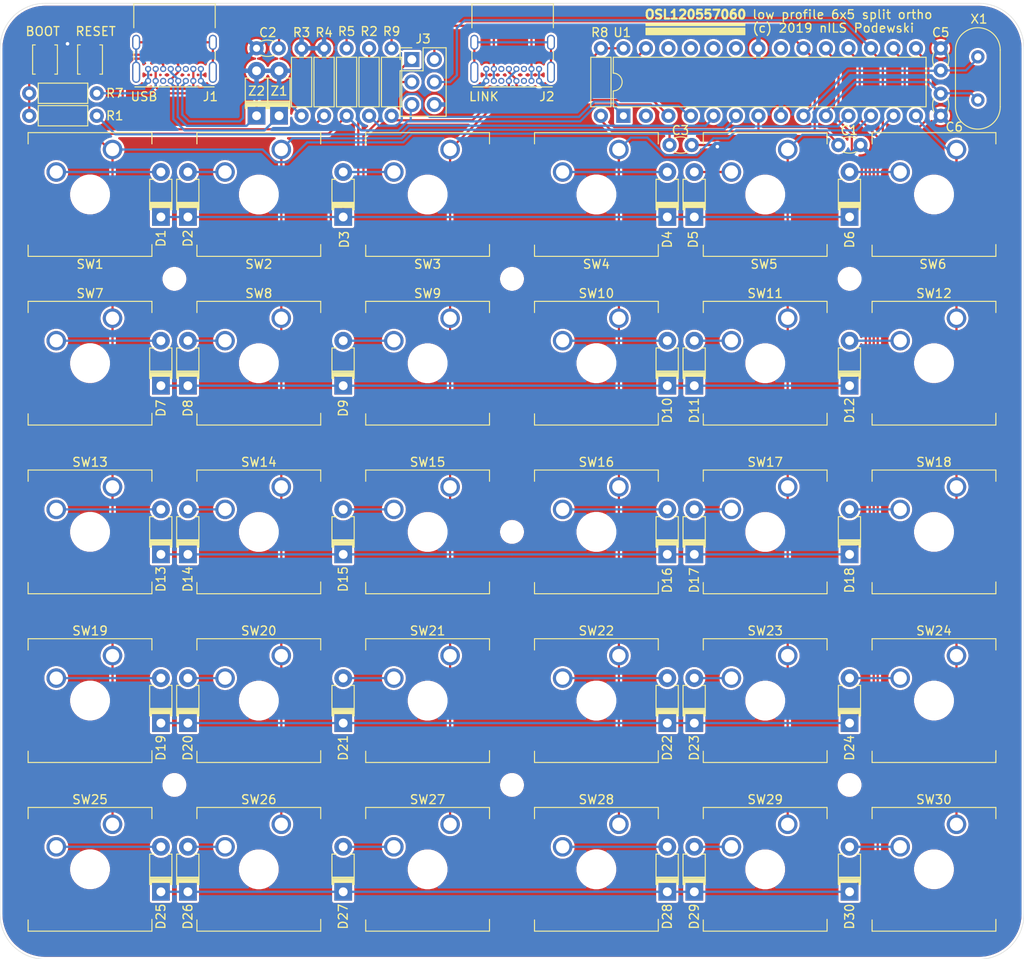
<source format=kicad_pcb>
(kicad_pcb (version 20171130) (host pcbnew "(5.1.2-1)-1")
  (layers (0 F.Cu signal) (31 B.Cu signal hide) (34 B.Paste user hide) (35 F.Paste user hide) (36 B.SilkS user hide) (37 F.SilkS user hide) (38 B.Mask user hide) (39 F.Mask user hide) (44 Edge.Cuts user hide))
  (net 0 "")
  (net 1 /USB_D-)
  (net 2 +5V)
  (net 3 GND)
  (net 4 /USB_D+)
  (net 5 "Net-(D1-Pad2)")
  (net 6 /Row1)
  (net 7 "Net-(D2-Pad2)")
  (net 8 "Net-(D3-Pad2)")
  (net 9 "Net-(D4-Pad2)")
  (net 10 "Net-(D5-Pad2)")
  (net 11 "Net-(D6-Pad2)")
  (net 12 /Row2)
  (net 13 "Net-(D7-Pad2)")
  (net 14 /Row3)
  (net 15 "Net-(D8-Pad2)")
  (net 16 /Row4)
  (net 17 "Net-(D9-Pad2)")
  (net 18 /Row5)
  (net 19 "Net-(D10-Pad2)")
  (net 20 "Net-(D11-Pad2)")
  (net 21 "Net-(D12-Pad2)")
  (net 22 "Net-(D13-Pad2)")
  (net 23 "Net-(D14-Pad2)")
  (net 24 "Net-(D15-Pad2)")
  (net 25 "Net-(D16-Pad2)")
  (net 26 "Net-(D17-Pad2)")
  (net 27 "Net-(D18-Pad2)")
  (net 28 "Net-(D19-Pad2)")
  (net 29 "Net-(D20-Pad2)")
  (net 30 "Net-(D21-Pad2)")
  (net 31 "Net-(D22-Pad2)")
  (net 32 "Net-(D23-Pad2)")
  (net 33 "Net-(D24-Pad2)")
  (net 34 "Net-(D25-Pad2)")
  (net 35 "Net-(D26-Pad2)")
  (net 36 "Net-(D27-Pad2)")
  (net 37 "Net-(D28-Pad2)")
  (net 38 "Net-(D29-Pad2)")
  (net 39 "Net-(D30-Pad2)")
  (net 40 /Col1)
  (net 41 /Col2)
  (net 42 /Col3)
  (net 43 /Col4)
  (net 44 /Col5)
  (net 45 /Col6)
  (net 46 /SCL)
  (net 47 /SDA)
  (net 48 /Reset)
  (net 49 /Xtal_N)
  (net 50 /Xtal_P)
  (net 51 "Net-(J1-PadS1)")
  (net 52 "Net-(J2-PadS1)")
  (net 53 "Net-(J1-PadB5)")
  (net 54 "Net-(J1-PadA5)")
  (net 55 "Net-(J1-PadA6)")
  (net 56 "Net-(J1-PadA7)")
  (module Resistor_THT:R_Axial_DIN0207_L6.3mm_D2.5mm_P7.62mm_Horizontal (layer F.Cu) (at 82.296 60.96 90)
    (fp_text reference R3 (at 9.398 0 180) (layer F.SilkS))
    (fp_text value 5k1)
    (pad 2 thru_hole oval (at 7.62 0 90) (size 1.6 1.6) (drill 0.8) (layers *.Cu *.Mask) (net 3 GND))
    (pad 1 thru_hole circle (at 0 0 90) (size 1.6 1.6) (drill 0.8) (layers *.Cu *.Mask) (net 54 "Net-(J1-PadA5)"))
  )
  (module MountingHole:MountingHole_2.2mm_M2 (layer F.Cu) (at 144.145 136.525)
    (fp_text reference REF** hide)
    (fp_text value MountingHole_2.2mm_M2)
    (pad 1 np_thru_hole circle (at 0 0) (size 2.2 2.2) (drill 2.2) (layers *.Cu *.Mask))
  )
  (module MountingHole:MountingHole_2.2mm_M2 (layer F.Cu) (at 144.145 79.375)
    (fp_text reference REF** hide)
    (fp_text value MountingHole_2.2mm_M2)
    (pad 1 np_thru_hole circle (at 0 0) (size 2.2 2.2) (drill 2.2) (layers *.Cu *.Mask))
  )
  (module MountingHole:MountingHole_2.2mm_M2 (layer F.Cu) (at 106.045 79.375)
    (fp_text reference REF** hide)
    (fp_text value MountingHole_2.2mm_M2)
    (pad 1 np_thru_hole circle (at 0 0) (size 2.2 2.2) (drill 2.2) (layers *.Cu *.Mask))
  )
  (module MountingHole:MountingHole_2.2mm_M2 (layer F.Cu) (at 106.045 107.95)
    (fp_text reference REF** hide)
    (fp_text value MountingHole_2.2mm_M2)
    (pad 1 np_thru_hole circle (at 0 0) (size 2.2 2.2) (drill 2.2) (layers *.Cu *.Mask))
  )
  (module MountingHole:MountingHole_2.2mm_M2 (layer F.Cu) (at 106.045 136.525)
    (fp_text reference REF** hide)
    (fp_text value MountingHole_2.2mm_M2)
    (pad 1 np_thru_hole circle (at 0 0) (size 2.2 2.2) (drill 2.2) (layers *.Cu *.Mask))
  )
  (module MountingHole:MountingHole_2.2mm_M2 (layer F.Cu) (at 67.945 136.525)
    (fp_text reference REF** hide)
    (fp_text value MountingHole_2.2mm_M2)
    (pad 1 np_thru_hole circle (at 0 0) (size 2.2 2.2) (drill 2.2) (layers *.Cu *.Mask))
  )
  (module MountingHole:MountingHole_2.2mm_M2 (layer F.Cu) (at 67.945 79.375)
    (fp_text reference REF** hide)
    (fp_text value MountingHole_2.2mm_M2)
    (pad 1 np_thru_hole circle (at 0 0) (size 2.2 2.2) (drill 2.2) (layers *.Cu *.Mask))
  )
  (module Button_Switch_SMD:SW_SPST_B3U-1000P (layer F.Cu) (at 58.42 54.61 270)
    (fp_text reference RESET (at -3.175 -0.635 180) (layer F.SilkS))
    (fp_text value SW_SPST)
    (pad 2 smd rect (at 1.7 0 270) (size 0.9 1.7) (layers F.Cu F.Paste F.Mask) (net 48 /Reset))
    (pad 1 smd rect (at -1.7 0 270) (size 0.9 1.7) (layers F.Cu F.Paste F.Mask) (net 3 GND))
  )
  (module Connector_USB:USB_C_Receptacle_GCT_USB4085 (layer F.Cu) (at 70.9295 57.023 180)
    (fp_text reference J1 (at -1.0795 -1.778) (layer F.SilkS))
    (fp_text value USB_C_Plug_USB2.0)
    (pad S1 thru_hole oval (at 7.3 4.36 180) (size 0.9 1.7) (drill oval 0.6 1.4) (layers *.Cu *.Mask) (net 51 "Net-(J1-PadS1)"))
    (pad S1 thru_hole oval (at -1.35 4.36 180) (size 0.9 1.7) (drill oval 0.6 1.4) (layers *.Cu *.Mask) (net 51 "Net-(J1-PadS1)"))
    (pad S1 thru_hole oval (at 7.3 0.98 180) (size 0.9 2.4) (drill oval 0.6 2.1) (layers *.Cu *.Mask) (net 51 "Net-(J1-PadS1)"))
    (pad S1 thru_hole oval (at -1.35 0.98 180) (size 0.9 2.4) (drill oval 0.6 2.1) (layers *.Cu *.Mask) (net 51 "Net-(J1-PadS1)"))
    (pad A6 thru_hole circle (at 3.4 1.35 180) (size 0.7 0.7) (drill 0.4) (layers *.Cu *.Mask) (net 55 "Net-(J1-PadA6)"))
    (pad B1 thru_hole circle (at 5.95 1.35 180) (size 0.7 0.7) (drill 0.4) (layers *.Cu *.Mask) (net 3 GND))
    (pad B4 thru_hole circle (at 5.1 1.35 180) (size 0.7 0.7) (drill 0.4) (layers *.Cu *.Mask) (net 2 +5V))
    (pad B5 thru_hole circle (at 4.25 1.35 180) (size 0.7 0.7) (drill 0.4) (layers *.Cu *.Mask) (net 53 "Net-(J1-PadB5)"))
    (pad B12 thru_hole circle (at 0 1.35 180) (size 0.7 0.7) (drill 0.4) (layers *.Cu *.Mask) (net 3 GND))
    (pad B8 thru_hole circle (at 1.7 1.35 180) (size 0.7 0.7) (drill 0.4) (layers *.Cu *.Mask))
    (pad A7 thru_hole circle (at 2.55 1.35 180) (size 0.7 0.7) (drill 0.4) (layers *.Cu *.Mask) (net 56 "Net-(J1-PadA7)"))
    (pad B9 thru_hole circle (at 0.85 1.35 180) (size 0.7 0.7) (drill 0.4) (layers *.Cu *.Mask) (net 2 +5V))
    (pad A12 thru_hole circle (at 5.95 0 180) (size 0.7 0.7) (drill 0.4) (layers *.Cu *.Mask) (net 3 GND))
    (pad A9 thru_hole circle (at 5.1 0 180) (size 0.7 0.7) (drill 0.4) (layers *.Cu *.Mask) (net 2 +5V))
    (pad A8 thru_hole circle (at 4.25 0 180) (size 0.7 0.7) (drill 0.4) (layers *.Cu *.Mask))
    (pad A7 thru_hole circle (at 3.4 0 180) (size 0.7 0.7) (drill 0.4) (layers *.Cu *.Mask) (net 56 "Net-(J1-PadA7)"))
    (pad A6 thru_hole circle (at 2.55 0 180) (size 0.7 0.7) (drill 0.4) (layers *.Cu *.Mask) (net 55 "Net-(J1-PadA6)"))
    (pad A5 thru_hole circle (at 1.7 0 180) (size 0.7 0.7) (drill 0.4) (layers *.Cu *.Mask) (net 54 "Net-(J1-PadA5)"))
    (pad A4 thru_hole circle (at 0.85 0 180) (size 0.7 0.7) (drill 0.4) (layers *.Cu *.Mask) (net 2 +5V))
    (pad A1 thru_hole circle (at 0 0 180) (size 0.7 0.7) (drill 0.4) (layers *.Cu *.Mask) (net 3 GND))
  )
  (module Connector_PinHeader_2.54mm:PinHeader_2x03_P2.54mm_Vertical (layer F.Cu) (at 94.742 54.61)
    (fp_text reference J3 (at 1.27 -2.33) (layer F.SilkS))
    (fp_text value AVR-ISP-6)
    (pad 6 thru_hole oval (at 2.54 5.08) (size 1.7 1.7) (drill 1) (layers *.Cu *.Mask) (net 3 GND))
    (pad 5 thru_hole oval (at 0 5.08) (size 1.7 1.7) (drill 1) (layers *.Cu *.Mask) (net 48 /Reset))
    (pad 4 thru_hole oval (at 2.54 2.54) (size 1.7 1.7) (drill 1) (layers *.Cu *.Mask) (net 14 /Row3))
    (pad 3 thru_hole oval (at 0 2.54) (size 1.7 1.7) (drill 1) (layers *.Cu *.Mask) (net 6 /Row1))
    (pad 2 thru_hole oval (at 2.54 0) (size 1.7 1.7) (drill 1) (layers *.Cu *.Mask) (net 2 +5V))
    (pad 1 thru_hole rect (at 0 0) (size 1.7 1.7) (drill 1) (layers *.Cu *.Mask) (net 12 /Row2))
  )
  (module Resistor_THT:R_Axial_DIN0207_L6.3mm_D2.5mm_P7.62mm_Horizontal (layer F.Cu) (at 84.836 60.96 90)
    (fp_text reference R4 (at 9.398 0) (layer F.SilkS))
    (fp_text value 5k1)
    (pad 2 thru_hole oval (at 7.62 0 90) (size 1.6 1.6) (drill 0.8) (layers *.Cu *.Mask) (net 3 GND))
    (pad 1 thru_hole circle (at 0 0 90) (size 1.6 1.6) (drill 0.8) (layers *.Cu *.Mask) (net 53 "Net-(J1-PadB5)"))
  )
  (module Diode_THT:D_T-1_P5.08mm_Horizontal (layer F.Cu) (at 79.756 60.96 90)
    (fp_text reference Z1 (at 2.794 0 180) (layer F.SilkS))
    (fp_text value 3V6)
    (pad 2 thru_hole oval (at 5.08 0 90) (size 2 2) (drill 1) (layers *.Cu *.Mask) (net 3 GND))
    (pad 1 thru_hole rect (at 0 0 90) (size 2 2) (drill 1) (layers *.Cu *.Mask) (net 56 "Net-(J1-PadA7)"))
  )
  (module Diode_THT:D_T-1_P5.08mm_Horizontal (layer F.Cu) (at 77.216 60.96 90)
    (fp_text reference Z2 (at 2.794 0 180) (layer F.SilkS))
    (fp_text value 3V6)
    (pad 2 thru_hole oval (at 5.08 0 90) (size 2 2) (drill 1) (layers *.Cu *.Mask) (net 3 GND))
    (pad 1 thru_hole rect (at 0 0 90) (size 2 2) (drill 1) (layers *.Cu *.Mask) (net 55 "Net-(J1-PadA6)"))
  )
  (module Diode_THT:D_T-1_P5.08mm_Horizontal (layer F.Cu) (at 66.421 148.59 90)
    (fp_text reference D25 (at -2.794 -0.007 90) (layer F.SilkS))
    (fp_text value 1N4148)
    (pad 2 thru_hole oval (at 5.08 0 90) (size 2 2) (drill 1) (layers *.Cu *.Mask) (net 34 "Net-(D25-Pad2)"))
    (pad 1 thru_hole rect (at 0 0 90) (size 2 2) (drill 1) (layers *.Cu *.Mask) (net 18 /Row5))
  )
  (module Diode_THT:D_T-1_P5.08mm_Horizontal (layer F.Cu) (at 69.469 110.49 90)
    (fp_text reference D14 (at -2.794 -0.007 90) (layer F.SilkS))
    (fp_text value 1N4148)
    (pad 2 thru_hole oval (at 5.08 0 90) (size 2 2) (drill 1) (layers *.Cu *.Mask) (net 23 "Net-(D14-Pad2)"))
    (pad 1 thru_hole rect (at 0 0 90) (size 2 2) (drill 1) (layers *.Cu *.Mask) (net 14 /Row3))
  )
  (module Diode_THT:D_T-1_P5.08mm_Horizontal (layer F.Cu) (at 144.145 110.49 90)
    (fp_text reference D18 (at -2.921 -0.007 90) (layer F.SilkS))
    (fp_text value 1N4148)
    (pad 2 thru_hole oval (at 5.08 0 90) (size 2 2) (drill 1) (layers *.Cu *.Mask) (net 27 "Net-(D18-Pad2)"))
    (pad 1 thru_hole rect (at 0 0 90) (size 2 2) (drill 1) (layers *.Cu *.Mask) (net 14 /Row3))
  )
  (module Diode_THT:D_T-1_P5.08mm_Horizontal (layer F.Cu) (at 126.619 110.49 90)
    (fp_text reference D17 (at -2.921 -0.007 90) (layer F.SilkS))
    (fp_text value 1N4148)
    (pad 2 thru_hole oval (at 5.08 0 90) (size 2 2) (drill 1) (layers *.Cu *.Mask) (net 26 "Net-(D17-Pad2)"))
    (pad 1 thru_hole rect (at 0 0 90) (size 2 2) (drill 1) (layers *.Cu *.Mask) (net 14 /Row3))
  )
  (module Diode_THT:D_T-1_P5.08mm_Horizontal (layer F.Cu) (at 123.571 110.49 90)
    (fp_text reference D16 (at -2.921 -0.007 90) (layer F.SilkS))
    (fp_text value 1N4148)
    (pad 2 thru_hole oval (at 5.08 0 90) (size 2 2) (drill 1) (layers *.Cu *.Mask) (net 25 "Net-(D16-Pad2)"))
    (pad 1 thru_hole rect (at 0 0 90) (size 2 2) (drill 1) (layers *.Cu *.Mask) (net 14 /Row3))
  )
  (module Diode_THT:D_T-1_P5.08mm_Horizontal (layer F.Cu) (at 86.995 110.49 90)
    (fp_text reference D15 (at -2.794 -0.007 90) (layer F.SilkS))
    (fp_text value 1N4148)
    (pad 2 thru_hole oval (at 5.08 0 90) (size 2 2) (drill 1) (layers *.Cu *.Mask) (net 24 "Net-(D15-Pad2)"))
    (pad 1 thru_hole rect (at 0 0 90) (size 2 2) (drill 1) (layers *.Cu *.Mask) (net 14 /Row3))
  )
  (module Diode_THT:D_T-1_P5.08mm_Horizontal (layer F.Cu) (at 66.421 110.49 90)
    (fp_text reference D13 (at -2.794 -0.007 90) (layer F.SilkS))
    (fp_text value 1N4148)
    (pad 2 thru_hole oval (at 5.08 0 90) (size 2 2) (drill 1) (layers *.Cu *.Mask) (net 22 "Net-(D13-Pad2)"))
    (pad 1 thru_hole rect (at 0 0 90) (size 2 2) (drill 1) (layers *.Cu *.Mask) (net 14 /Row3))
  )
  (module Diode_THT:D_T-1_P5.08mm_Horizontal (layer F.Cu) (at 144.145 91.44 90)
    (fp_text reference D12 (at -2.794 -0.007 90) (layer F.SilkS))
    (fp_text value 1N4148)
    (pad 2 thru_hole oval (at 5.08 0 90) (size 2 2) (drill 1) (layers *.Cu *.Mask) (net 21 "Net-(D12-Pad2)"))
    (pad 1 thru_hole rect (at 0 0 90) (size 2 2) (drill 1) (layers *.Cu *.Mask) (net 12 /Row2))
  )
  (module Diode_THT:D_T-1_P5.08mm_Horizontal (layer F.Cu) (at 126.619 91.44 90)
    (fp_text reference D11 (at -2.794 -0.007 90) (layer F.SilkS))
    (fp_text value 1N4148)
    (pad 2 thru_hole oval (at 5.08 0 90) (size 2 2) (drill 1) (layers *.Cu *.Mask) (net 20 "Net-(D11-Pad2)"))
    (pad 1 thru_hole rect (at 0 0 90) (size 2 2) (drill 1) (layers *.Cu *.Mask) (net 12 /Row2))
  )
  (module Diode_THT:D_T-1_P5.08mm_Horizontal (layer F.Cu) (at 123.571 91.44 90)
    (fp_text reference D10 (at -2.794 -0.007 90) (layer F.SilkS))
    (fp_text value 1N4148)
    (pad 2 thru_hole oval (at 5.08 0 90) (size 2 2) (drill 1) (layers *.Cu *.Mask) (net 19 "Net-(D10-Pad2)"))
    (pad 1 thru_hole rect (at 0 0 90) (size 2 2) (drill 1) (layers *.Cu *.Mask) (net 12 /Row2))
  )
  (module Diode_THT:D_T-1_P5.08mm_Horizontal (layer F.Cu) (at 86.995 91.44 90)
    (fp_text reference D9 (at -2.54 0 90) (layer F.SilkS))
    (fp_text value 1N4148)
    (pad 2 thru_hole oval (at 5.08 0 90) (size 2 2) (drill 1) (layers *.Cu *.Mask) (net 17 "Net-(D9-Pad2)"))
    (pad 1 thru_hole rect (at 0 0 90) (size 2 2) (drill 1) (layers *.Cu *.Mask) (net 12 /Row2))
  )
  (module Diode_THT:D_T-1_P5.08mm_Horizontal (layer F.Cu) (at 69.469 91.44 90)
    (fp_text reference D8 (at -2.54 0 90) (layer F.SilkS))
    (fp_text value 1N4148)
    (pad 2 thru_hole oval (at 5.08 0 90) (size 2 2) (drill 1) (layers *.Cu *.Mask) (net 15 "Net-(D8-Pad2)"))
    (pad 1 thru_hole rect (at 0 0 90) (size 2 2) (drill 1) (layers *.Cu *.Mask) (net 12 /Row2))
  )
  (module Diode_THT:D_T-1_P5.08mm_Horizontal (layer F.Cu) (at 66.421 91.44 90)
    (fp_text reference D7 (at -2.54 0 90) (layer F.SilkS))
    (fp_text value 1N4148)
    (pad 2 thru_hole oval (at 5.08 0 90) (size 2 2) (drill 1) (layers *.Cu *.Mask) (net 13 "Net-(D7-Pad2)"))
    (pad 1 thru_hole rect (at 0 0 90) (size 2 2) (drill 1) (layers *.Cu *.Mask) (net 12 /Row2))
  )
  (module Diode_THT:D_T-1_P5.08mm_Horizontal (layer F.Cu) (at 144.145 72.39 90)
    (fp_text reference D6 (at -2.54 0 90) (layer F.SilkS))
    (fp_text value 1N4148)
    (pad 2 thru_hole oval (at 5.08 0 90) (size 2 2) (drill 1) (layers *.Cu *.Mask) (net 11 "Net-(D6-Pad2)"))
    (pad 1 thru_hole rect (at 0 0 90) (size 2 2) (drill 1) (layers *.Cu *.Mask) (net 6 /Row1))
  )
  (module Diode_THT:D_T-1_P5.08mm_Horizontal (layer F.Cu) (at 126.619 72.39 90)
    (fp_text reference D5 (at -2.54 -0.127 90) (layer F.SilkS))
    (fp_text value 1N4148)
    (pad 2 thru_hole oval (at 5.08 0 90) (size 2 2) (drill 1) (layers *.Cu *.Mask) (net 10 "Net-(D5-Pad2)"))
    (pad 1 thru_hole rect (at 0 0 90) (size 2 2) (drill 1) (layers *.Cu *.Mask) (net 6 /Row1))
  )
  (module Diode_THT:D_T-1_P5.08mm_Horizontal (layer F.Cu) (at 123.571 72.39 90)
    (fp_text reference D4 (at -2.54 0 90) (layer F.SilkS))
    (fp_text value 1N4148)
    (pad 2 thru_hole oval (at 5.08 0 90) (size 2 2) (drill 1) (layers *.Cu *.Mask) (net 9 "Net-(D4-Pad2)"))
    (pad 1 thru_hole rect (at 0 0 90) (size 2 2) (drill 1) (layers *.Cu *.Mask) (net 6 /Row1))
  )
  (module Diode_THT:D_T-1_P5.08mm_Horizontal (layer F.Cu) (at 86.995 72.39 90)
    (fp_text reference D3 (at -2.54 0.127 90) (layer F.SilkS))
    (fp_text value 1N4148)
    (pad 2 thru_hole oval (at 5.08 0 90) (size 2 2) (drill 1) (layers *.Cu *.Mask) (net 8 "Net-(D3-Pad2)"))
    (pad 1 thru_hole rect (at 0 0 90) (size 2 2) (drill 1) (layers *.Cu *.Mask) (net 6 /Row1))
  )
  (module Diode_THT:D_T-1_P5.08mm_Horizontal (layer F.Cu) (at 69.469 72.39 90)
    (fp_text reference D2 (at -2.413 0 90) (layer F.SilkS))
    (fp_text value 1N4148)
    (pad 2 thru_hole oval (at 5.08 0 90) (size 2 2) (drill 1) (layers *.Cu *.Mask) (net 7 "Net-(D2-Pad2)"))
    (pad 1 thru_hole rect (at 0 0 90) (size 2 2) (drill 1) (layers *.Cu *.Mask) (net 6 /Row1))
  )
  (module Diode_THT:D_T-1_P5.08mm_Horizontal (layer F.Cu) (at 66.421 72.39 90)
    (fp_text reference D1 (at -2.413 0 90) (layer F.SilkS))
    (fp_text value 1N4148)
    (pad 2 thru_hole oval (at 5.08 0 90) (size 2 2) (drill 1) (layers *.Cu *.Mask) (net 5 "Net-(D1-Pad2)"))
    (pad 1 thru_hole rect (at 0 0 90) (size 2 2) (drill 1) (layers *.Cu *.Mask) (net 6 /Row1))
  )
  (module Diode_THT:D_T-1_P5.08mm_Horizontal (layer F.Cu) (at 144.145 148.59 90)
    (fp_text reference D30 (at -2.794 -0.007 90) (layer F.SilkS))
    (fp_text value 1N4148)
    (pad 2 thru_hole oval (at 5.08 0 90) (size 2 2) (drill 1) (layers *.Cu *.Mask) (net 39 "Net-(D30-Pad2)"))
    (pad 1 thru_hole rect (at 0 0 90) (size 2 2) (drill 1) (layers *.Cu *.Mask) (net 18 /Row5))
  )
  (module Diode_THT:D_T-1_P5.08mm_Horizontal (layer F.Cu) (at 126.619 148.59 90)
    (fp_text reference D29 (at -2.794 -0.007 90) (layer F.SilkS))
    (fp_text value 1N4148)
    (pad 2 thru_hole oval (at 5.08 0 90) (size 2 2) (drill 1) (layers *.Cu *.Mask) (net 38 "Net-(D29-Pad2)"))
    (pad 1 thru_hole rect (at 0 0 90) (size 2 2) (drill 1) (layers *.Cu *.Mask) (net 18 /Row5))
  )
  (module Diode_THT:D_T-1_P5.08mm_Horizontal (layer F.Cu) (at 123.571 148.59 90)
    (fp_text reference D28 (at -2.794 -0.007 90) (layer F.SilkS))
    (fp_text value 1N4148)
    (pad 2 thru_hole oval (at 5.08 0 90) (size 2 2) (drill 1) (layers *.Cu *.Mask) (net 37 "Net-(D28-Pad2)"))
    (pad 1 thru_hole rect (at 0 0 90) (size 2 2) (drill 1) (layers *.Cu *.Mask) (net 18 /Row5))
  )
  (module Diode_THT:D_T-1_P5.08mm_Horizontal (layer F.Cu) (at 86.995 148.59 90)
    (fp_text reference D27 (at -2.794 -0.007 90) (layer F.SilkS))
    (fp_text value 1N4148)
    (pad 2 thru_hole oval (at 5.08 0 90) (size 2 2) (drill 1) (layers *.Cu *.Mask) (net 36 "Net-(D27-Pad2)"))
    (pad 1 thru_hole rect (at 0 0 90) (size 2 2) (drill 1) (layers *.Cu *.Mask) (net 18 /Row5))
  )
  (module Diode_THT:D_T-1_P5.08mm_Horizontal (layer F.Cu) (at 69.469 148.59 90)
    (fp_text reference D26 (at -2.794 -0.007 90) (layer F.SilkS))
    (fp_text value 1N4148)
    (pad 2 thru_hole oval (at 5.08 0 90) (size 2 2) (drill 1) (layers *.Cu *.Mask) (net 35 "Net-(D26-Pad2)"))
    (pad 1 thru_hole rect (at 0 0 90) (size 2 2) (drill 1) (layers *.Cu *.Mask) (net 18 /Row5))
  )
  (module Diode_THT:D_T-1_P5.08mm_Horizontal (layer F.Cu) (at 144.145 129.54 90)
    (fp_text reference D24 (at -2.794 -0.007 90) (layer F.SilkS))
    (fp_text value 1N4148)
    (pad 2 thru_hole oval (at 5.08 0 90) (size 2 2) (drill 1) (layers *.Cu *.Mask) (net 33 "Net-(D24-Pad2)"))
    (pad 1 thru_hole rect (at 0 0 90) (size 2 2) (drill 1) (layers *.Cu *.Mask) (net 16 /Row4))
  )
  (module Diode_THT:D_T-1_P5.08mm_Horizontal (layer F.Cu) (at 126.619 129.54 90)
    (fp_text reference D23 (at -2.794 -0.007 90) (layer F.SilkS))
    (fp_text value 1N4148)
    (pad 2 thru_hole oval (at 5.08 0 90) (size 2 2) (drill 1) (layers *.Cu *.Mask) (net 32 "Net-(D23-Pad2)"))
    (pad 1 thru_hole rect (at 0 0 90) (size 2 2) (drill 1) (layers *.Cu *.Mask) (net 16 /Row4))
  )
  (module Diode_THT:D_T-1_P5.08mm_Horizontal (layer F.Cu) (at 123.571 129.54 90)
    (fp_text reference D22 (at -2.794 -0.007 270) (layer F.SilkS))
    (fp_text value 1N4148)
    (pad 2 thru_hole oval (at 5.08 0 90) (size 2 2) (drill 1) (layers *.Cu *.Mask) (net 31 "Net-(D22-Pad2)"))
    (pad 1 thru_hole rect (at 0 0 90) (size 2 2) (drill 1) (layers *.Cu *.Mask) (net 16 /Row4))
  )
  (module Diode_THT:D_T-1_P5.08mm_Horizontal (layer F.Cu) (at 86.995 129.54 90)
    (fp_text reference D21 (at -2.794 0 90) (layer F.SilkS))
    (fp_text value 1N4148)
    (pad 2 thru_hole oval (at 5.08 0 90) (size 2 2) (drill 1) (layers *.Cu *.Mask) (net 30 "Net-(D21-Pad2)"))
    (pad 1 thru_hole rect (at 0 0 90) (size 2 2) (drill 1) (layers *.Cu *.Mask) (net 16 /Row4))
  )
  (module Diode_THT:D_T-1_P5.08mm_Horizontal (layer F.Cu) (at 69.469 129.54 90)
    (fp_text reference D20 (at -2.794 -0.007 90) (layer F.SilkS))
    (fp_text value 1N4148)
    (pad 2 thru_hole oval (at 5.08 0 90) (size 2 2) (drill 1) (layers *.Cu *.Mask) (net 29 "Net-(D20-Pad2)"))
    (pad 1 thru_hole rect (at 0 0 90) (size 2 2) (drill 1) (layers *.Cu *.Mask) (net 16 /Row4))
  )
  (module Diode_THT:D_T-1_P5.08mm_Horizontal (layer F.Cu) (at 66.421 129.54 90)
    (fp_text reference D19 (at -2.794 -0.007 90) (layer F.SilkS))
    (fp_text value 1N4148)
    (pad 2 thru_hole oval (at 5.08 0 90) (size 2 2) (drill 1) (layers *.Cu *.Mask) (net 28 "Net-(D19-Pad2)"))
    (pad 1 thru_hole rect (at 0 0 90) (size 2 2) (drill 1) (layers *.Cu *.Mask) (net 16 /Row4))
  )
  (module Resistor_THT:R_Axial_DIN0207_L6.3mm_D2.5mm_P7.62mm_Horizontal (layer F.Cu) (at 92.456 60.96 90)
    (fp_text reference R9 (at 9.525 0 180) (layer F.SilkS))
    (fp_text value 10k)
    (pad 2 thru_hole oval (at 7.62 0 90) (size 1.6 1.6) (drill 0.8) (layers *.Cu *.Mask) (net 2 +5V))
    (pad 1 thru_hole circle (at 0 0 90) (size 1.6 1.6) (drill 0.8) (layers *.Cu *.Mask) (net 47 /SDA))
  )
  (module Resistor_THT:R_Axial_DIN0207_L6.3mm_D2.5mm_P7.62mm_Horizontal (layer F.Cu) (at 87.376 53.34 270)
    (fp_text reference R5 (at -1.905 0) (layer F.SilkS))
    (fp_text value 10k)
    (pad 2 thru_hole oval (at 7.62 0 270) (size 1.6 1.6) (drill 0.8) (layers *.Cu *.Mask) (net 48 /Reset))
    (pad 1 thru_hole circle (at 0 0 270) (size 1.6 1.6) (drill 0.8) (layers *.Cu *.Mask) (net 2 +5V))
  )
  (module Resistor_THT:R_Axial_DIN0207_L6.3mm_D2.5mm_P7.62mm_Horizontal (layer F.Cu) (at 51.562 58.42)
    (fp_text reference R7 (at 9.652 0) (layer F.SilkS))
    (fp_text value 1k5)
    (pad 2 thru_hole oval (at 7.62 0) (size 1.6 1.6) (drill 0.8) (layers *.Cu *.Mask) (net 2 +5V))
    (pad 1 thru_hole circle (at 0 0) (size 1.6 1.6) (drill 0.8) (layers *.Cu *.Mask) (net 56 "Net-(J1-PadA7)"))
  )
  (module Resistor_THT:R_Axial_DIN0207_L6.3mm_D2.5mm_P7.62mm_Horizontal (layer F.Cu) (at 89.916 60.96 90)
    (fp_text reference R2 (at 9.525 0 180) (layer F.SilkS))
    (fp_text value 75R)
    (pad 2 thru_hole oval (at 7.62 0 90) (size 1.6 1.6) (drill 0.8) (layers *.Cu *.Mask) (net 55 "Net-(J1-PadA6)"))
    (pad 1 thru_hole circle (at 0 0 90) (size 1.6 1.6) (drill 0.8) (layers *.Cu *.Mask) (net 4 /USB_D+))
  )
  (module Resistor_THT:R_Axial_DIN0207_L6.3mm_D2.5mm_P7.62mm_Horizontal (layer F.Cu) (at 51.562 60.96)
    (fp_text reference R1 (at 9.652 0 180) (layer F.SilkS))
    (fp_text value 75R)
    (pad 2 thru_hole oval (at 7.62 0) (size 1.6 1.6) (drill 0.8) (layers *.Cu *.Mask) (net 1 /USB_D-))
    (pad 1 thru_hole circle (at 0 0) (size 1.6 1.6) (drill 0.8) (layers *.Cu *.Mask) (net 56 "Net-(J1-PadA7)"))
  )
  (module Resistor_THT:R_Axial_DIN0207_L6.3mm_D2.5mm_P7.62mm_Horizontal (layer F.Cu) (at 116.078 53.34 270)
    (fp_text reference R8 (at -1.778 0.127 180) (layer F.SilkS))
    (fp_text value 10k)
    (pad 2 thru_hole oval (at 7.62 0 270) (size 1.6 1.6) (drill 0.8) (layers *.Cu *.Mask) (net 2 +5V))
    (pad 1 thru_hole circle (at 0 0 270) (size 1.6 1.6) (drill 0.8) (layers *.Cu *.Mask) (net 46 /SCL))
  )
  (module Connector_USB:USB_C_Receptacle_GCT_USB4085 (layer F.Cu) (at 109.093 57.023 180)
    (fp_text reference J2 (at -0.889 -1.778) (layer F.SilkS))
    (fp_text value USB_C_Plug_USB2.0)
    (pad S1 thru_hole oval (at 7.3 4.36 180) (size 0.9 1.7) (drill oval 0.6 1.4) (layers *.Cu *.Mask) (net 52 "Net-(J2-PadS1)"))
    (pad S1 thru_hole oval (at -1.35 4.36 180) (size 0.9 1.7) (drill oval 0.6 1.4) (layers *.Cu *.Mask) (net 52 "Net-(J2-PadS1)"))
    (pad S1 thru_hole oval (at 7.3 0.98 180) (size 0.9 2.4) (drill oval 0.6 2.1) (layers *.Cu *.Mask) (net 52 "Net-(J2-PadS1)"))
    (pad S1 thru_hole oval (at -1.35 0.98 180) (size 0.9 2.4) (drill oval 0.6 2.1) (layers *.Cu *.Mask) (net 52 "Net-(J2-PadS1)"))
    (pad A6 thru_hole circle (at 3.4 1.35 180) (size 0.7 0.7) (drill 0.4) (layers *.Cu *.Mask) (net 46 /SCL))
    (pad B1 thru_hole circle (at 5.95 1.35 180) (size 0.7 0.7) (drill 0.4) (layers *.Cu *.Mask) (net 3 GND))
    (pad B4 thru_hole circle (at 5.1 1.35 180) (size 0.7 0.7) (drill 0.4) (layers *.Cu *.Mask) (net 2 +5V))
    (pad B5 thru_hole circle (at 4.25 1.35 180) (size 0.7 0.7) (drill 0.4) (layers *.Cu *.Mask))
    (pad B12 thru_hole circle (at 0 1.35 180) (size 0.7 0.7) (drill 0.4) (layers *.Cu *.Mask) (net 3 GND))
    (pad B8 thru_hole circle (at 1.7 1.35 180) (size 0.7 0.7) (drill 0.4) (layers *.Cu *.Mask))
    (pad A7 thru_hole circle (at 2.55 1.35 180) (size 0.7 0.7) (drill 0.4) (layers *.Cu *.Mask) (net 47 /SDA))
    (pad B9 thru_hole circle (at 0.85 1.35 180) (size 0.7 0.7) (drill 0.4) (layers *.Cu *.Mask) (net 2 +5V))
    (pad A12 thru_hole circle (at 5.95 0 180) (size 0.7 0.7) (drill 0.4) (layers *.Cu *.Mask) (net 3 GND))
    (pad A9 thru_hole circle (at 5.1 0 180) (size 0.7 0.7) (drill 0.4) (layers *.Cu *.Mask) (net 2 +5V))
    (pad A8 thru_hole circle (at 4.25 0 180) (size 0.7 0.7) (drill 0.4) (layers *.Cu *.Mask))
    (pad A7 thru_hole circle (at 3.4 0 180) (size 0.7 0.7) (drill 0.4) (layers *.Cu *.Mask) (net 47 /SDA))
    (pad A6 thru_hole circle (at 2.55 0 180) (size 0.7 0.7) (drill 0.4) (layers *.Cu *.Mask) (net 46 /SCL))
    (pad A5 thru_hole circle (at 1.7 0 180) (size 0.7 0.7) (drill 0.4) (layers *.Cu *.Mask))
    (pad A4 thru_hole circle (at 0.85 0 180) (size 0.7 0.7) (drill 0.4) (layers *.Cu *.Mask) (net 2 +5V))
    (pad A1 thru_hole circle (at 0 0 180) (size 0.7 0.7) (drill 0.4) (layers *.Cu *.Mask) (net 3 GND))
  )
  (module Button_Switch_SMD:SW_SPST_B3U-1000P (layer F.Cu) (at 53.34 54.61 270)
    (fp_text reference BOOT (at -3.175 0.254 180) (layer F.SilkS))
    (fp_text value SW_SPST)
    (pad 2 smd rect (at 1.7 0 270) (size 0.9 1.7) (layers F.Cu F.Paste F.Mask) (net 40 /Col1))
    (pad 1 smd rect (at -1.7 0 270) (size 0.9 1.7) (layers F.Cu F.Paste F.Mask) (net 3 GND))
  )
  (module Capacitor_THT:C_Disc_D3.0mm_W1.6mm_P2.50mm (layer F.Cu) (at 142.875 64.262)
    (fp_text reference C1 (at 1.23 -1.651) (layer F.SilkS))
    (fp_text value 100n)
    (pad 2 thru_hole circle (at 2.5 0) (size 1.6 1.6) (drill 0.8) (layers *.Cu *.Mask) (net 3 GND))
    (pad 1 thru_hole circle (at 0 0) (size 1.6 1.6) (drill 0.8) (layers *.Cu *.Mask) (net 2 +5V))
  )
  (module Package_DIP:DIP-28_W7.62mm (layer F.Cu) (at 118.618 60.96 90)
    (fp_text reference U1 (at 9.398 -0.127 180) (layer F.SilkS))
    (fp_text value ATmega328-PU)
    (pad 28 thru_hole oval (at 7.62 0 90) (size 1.6 1.6) (drill 0.8) (layers *.Cu *.Mask) (net 46 /SCL))
    (pad 14 thru_hole oval (at 0 33.02 90) (size 1.6 1.6) (drill 0.8) (layers *.Cu *.Mask) (net 45 /Col6))
    (pad 27 thru_hole oval (at 7.62 2.54 90) (size 1.6 1.6) (drill 0.8) (layers *.Cu *.Mask) (net 47 /SDA))
    (pad 13 thru_hole oval (at 0 30.48 90) (size 1.6 1.6) (drill 0.8) (layers *.Cu *.Mask) (net 44 /Col5))
    (pad 26 thru_hole oval (at 7.62 5.08 90) (size 1.6 1.6) (drill 0.8) (layers *.Cu *.Mask))
    (pad 12 thru_hole oval (at 0 27.94 90) (size 1.6 1.6) (drill 0.8) (layers *.Cu *.Mask) (net 43 /Col4))
    (pad 25 thru_hole oval (at 7.62 7.62 90) (size 1.6 1.6) (drill 0.8) (layers *.Cu *.Mask))
    (pad 11 thru_hole oval (at 0 25.4 90) (size 1.6 1.6) (drill 0.8) (layers *.Cu *.Mask) (net 40 /Col1))
    (pad 24 thru_hole oval (at 7.62 10.16 90) (size 1.6 1.6) (drill 0.8) (layers *.Cu *.Mask))
    (pad 10 thru_hole oval (at 0 22.86 90) (size 1.6 1.6) (drill 0.8) (layers *.Cu *.Mask) (net 50 /Xtal_P))
    (pad 23 thru_hole oval (at 7.62 12.7 90) (size 1.6 1.6) (drill 0.8) (layers *.Cu *.Mask))
    (pad 9 thru_hole oval (at 0 20.32 90) (size 1.6 1.6) (drill 0.8) (layers *.Cu *.Mask) (net 49 /Xtal_N))
    (pad 22 thru_hole oval (at 7.62 15.24 90) (size 1.6 1.6) (drill 0.8) (layers *.Cu *.Mask) (net 3 GND))
    (pad 8 thru_hole oval (at 0 17.78 90) (size 1.6 1.6) (drill 0.8) (layers *.Cu *.Mask) (net 3 GND))
    (pad 21 thru_hole oval (at 7.62 17.78 90) (size 1.6 1.6) (drill 0.8) (layers *.Cu *.Mask))
    (pad 7 thru_hole oval (at 0 15.24 90) (size 1.6 1.6) (drill 0.8) (layers *.Cu *.Mask) (net 2 +5V))
    (pad 20 thru_hole oval (at 7.62 20.32 90) (size 1.6 1.6) (drill 0.8) (layers *.Cu *.Mask) (net 2 +5V))
    (pad 6 thru_hole oval (at 0 12.7 90) (size 1.6 1.6) (drill 0.8) (layers *.Cu *.Mask) (net 41 /Col2))
    (pad 19 thru_hole oval (at 7.62 22.86 90) (size 1.6 1.6) (drill 0.8) (layers *.Cu *.Mask) (net 6 /Row1))
    (pad 5 thru_hole oval (at 0 10.16 90) (size 1.6 1.6) (drill 0.8) (layers *.Cu *.Mask) (net 1 /USB_D-))
    (pad 18 thru_hole oval (at 7.62 25.4 90) (size 1.6 1.6) (drill 0.8) (layers *.Cu *.Mask) (net 12 /Row2))
    (pad 4 thru_hole oval (at 0 7.62 90) (size 1.6 1.6) (drill 0.8) (layers *.Cu *.Mask) (net 4 /USB_D+))
    (pad 17 thru_hole oval (at 7.62 27.94 90) (size 1.6 1.6) (drill 0.8) (layers *.Cu *.Mask) (net 14 /Row3))
    (pad 3 thru_hole oval (at 0 5.08 90) (size 1.6 1.6) (drill 0.8) (layers *.Cu *.Mask) (net 42 /Col3))
    (pad 16 thru_hole oval (at 7.62 30.48 90) (size 1.6 1.6) (drill 0.8) (layers *.Cu *.Mask) (net 16 /Row4))
    (pad 2 thru_hole oval (at 0 2.54 90) (size 1.6 1.6) (drill 0.8) (layers *.Cu *.Mask))
    (pad 15 thru_hole oval (at 7.62 33.02 90) (size 1.6 1.6) (drill 0.8) (layers *.Cu *.Mask) (net 18 /Row5))
    (pad 1 thru_hole rect (at 0 0 90) (size 1.6 1.6) (drill 0.8) (layers *.Cu *.Mask) (net 48 /Reset))
  )
  (module Crystal:Crystal_HC49-4H_Vertical (layer F.Cu) (at 158.623 54.302 270)
    (fp_text reference X1 (at -4.264 -0.127 180) (layer F.SilkS))
    (fp_text value 16MHz)
    (pad 2 thru_hole circle (at 4.88 0 270) (size 1.5 1.5) (drill 0.8) (layers *.Cu *.Mask) (net 50 /Xtal_P))
    (pad 1 thru_hole circle (at 0 0 270) (size 1.5 1.5) (drill 0.8) (layers *.Cu *.Mask) (net 49 /Xtal_N))
  )
  (module Button_Switch_Keyboard:SW_Cherry_MX_1.00u_Plate (layer F.Cu) (at 99.06 64.77)
    (fp_text reference SW3 (at -2.54 12.954) (layer F.SilkS))
    (fp_text value SW_SPST)
    (pad "" np_thru_hole circle (at -2.54 5.08) (size 4 4) (drill 4) (layers *.Cu *.Mask))
    (pad 2 thru_hole circle (at -6.35 2.54) (size 2.2 2.2) (drill 1.5) (layers *.Cu *.Mask) (net 8 "Net-(D3-Pad2)"))
    (pad 1 thru_hole circle (at 0 0) (size 2.2 2.2) (drill 1.5) (layers *.Cu *.Mask) (net 42 /Col3))
  )
  (module Capacitor_THT:C_Disc_D3.0mm_W1.6mm_P2.50mm (layer F.Cu) (at 154.432 58.46 270)
    (fp_text reference C6 (at 3.77 -1.524 180) (layer F.SilkS))
    (fp_text value 22p)
    (pad 2 thru_hole circle (at 2.5 0 270) (size 1.6 1.6) (drill 0.8) (layers *.Cu *.Mask) (net 3 GND))
    (pad 1 thru_hole circle (at 0 0 270) (size 1.6 1.6) (drill 0.8) (layers *.Cu *.Mask) (net 50 /Xtal_P))
  )
  (module Capacitor_THT:C_Disc_D3.0mm_W1.6mm_P2.50mm (layer F.Cu) (at 154.432 55.84 90)
    (fp_text reference C5 (at 4.278 0 180) (layer F.SilkS))
    (fp_text value 22p)
    (pad 2 thru_hole circle (at 2.5 0 90) (size 1.6 1.6) (drill 0.8) (layers *.Cu *.Mask) (net 3 GND))
    (pad 1 thru_hole circle (at 0 0 90) (size 1.6 1.6) (drill 0.8) (layers *.Cu *.Mask) (net 49 /Xtal_N))
  )
  (module Capacitor_THT:C_Disc_D3.0mm_W1.6mm_P2.50mm (layer F.Cu) (at 123.825 64.262)
    (fp_text reference C3 (at 1.23 -1.651) (layer F.SilkS))
    (fp_text value 100n)
    (pad 2 thru_hole circle (at 2.5 0) (size 1.6 1.6) (drill 0.8) (layers *.Cu *.Mask) (net 3 GND))
    (pad 1 thru_hole circle (at 0 0) (size 1.6 1.6) (drill 0.8) (layers *.Cu *.Mask) (net 2 +5V))
  )
  (module Capacitor_THT:C_Disc_D3.0mm_W1.6mm_P2.50mm (layer F.Cu) (at 79.716 53.34 180)
    (fp_text reference C2 (at 1.23 1.778 180) (layer F.SilkS))
    (fp_text value 100n)
    (pad 2 thru_hole circle (at 2.5 0 180) (size 1.6 1.6) (drill 0.8) (layers *.Cu *.Mask) (net 3 GND))
    (pad 1 thru_hole circle (at 0 0 180) (size 1.6 1.6) (drill 0.8) (layers *.Cu *.Mask) (net 2 +5V))
  )
  (module Button_Switch_Keyboard:SW_Cherry_MX_1.00u_Plate (layer F.Cu) (at 118.11 83.82)
    (fp_text reference SW10 (at -2.54 -2.794) (layer F.SilkS))
    (fp_text value SW_SPST)
    (pad "" np_thru_hole circle (at -2.54 5.08) (size 4 4) (drill 4) (layers *.Cu *.Mask))
    (pad 2 thru_hole circle (at -6.35 2.54) (size 2.2 2.2) (drill 1.5) (layers *.Cu *.Mask) (net 19 "Net-(D10-Pad2)"))
    (pad 1 thru_hole circle (at 0 0) (size 2.2 2.2) (drill 1.5) (layers *.Cu *.Mask) (net 43 /Col4))
  )
  (module Button_Switch_Keyboard:SW_Cherry_MX_1.00u_Plate (layer F.Cu) (at 137.16 102.87)
    (fp_text reference SW17 (at -2.54 -2.794) (layer F.SilkS))
    (fp_text value SW_SPST)
    (pad "" np_thru_hole circle (at -2.54 5.08) (size 4 4) (drill 4) (layers *.Cu *.Mask))
    (pad 2 thru_hole circle (at -6.35 2.54) (size 2.2 2.2) (drill 1.5) (layers *.Cu *.Mask) (net 26 "Net-(D17-Pad2)"))
    (pad 1 thru_hole circle (at 0 0) (size 2.2 2.2) (drill 1.5) (layers *.Cu *.Mask) (net 44 /Col5))
  )
  (module Button_Switch_Keyboard:SW_Cherry_MX_1.00u_Plate (layer F.Cu) (at 99.06 140.97)
    (fp_text reference SW27 (at -2.54 -2.794) (layer F.SilkS))
    (fp_text value SW_SPST)
    (pad "" np_thru_hole circle (at -2.54 5.08) (size 4 4) (drill 4) (layers *.Cu *.Mask))
    (pad 2 thru_hole circle (at -6.35 2.54) (size 2.2 2.2) (drill 1.5) (layers *.Cu *.Mask) (net 36 "Net-(D27-Pad2)"))
    (pad 1 thru_hole circle (at 0 0) (size 2.2 2.2) (drill 1.5) (layers *.Cu *.Mask) (net 42 /Col3))
  )
  (module Button_Switch_Keyboard:SW_Cherry_MX_1.00u_Plate (layer F.Cu) (at 80.01 140.97)
    (fp_text reference SW26 (at -2.54 -2.794) (layer F.SilkS))
    (fp_text value SW_SPST)
    (pad "" np_thru_hole circle (at -2.54 5.08) (size 4 4) (drill 4) (layers *.Cu *.Mask))
    (pad 2 thru_hole circle (at -6.35 2.54) (size 2.2 2.2) (drill 1.5) (layers *.Cu *.Mask) (net 35 "Net-(D26-Pad2)"))
    (pad 1 thru_hole circle (at 0 0) (size 2.2 2.2) (drill 1.5) (layers *.Cu *.Mask) (net 41 /Col2))
  )
  (module Button_Switch_Keyboard:SW_Cherry_MX_1.00u_Plate (layer F.Cu) (at 118.11 140.97)
    (fp_text reference SW28 (at -2.54 -2.794) (layer F.SilkS))
    (fp_text value SW_SPST)
    (pad "" np_thru_hole circle (at -2.54 5.08) (size 4 4) (drill 4) (layers *.Cu *.Mask))
    (pad 2 thru_hole circle (at -6.35 2.54) (size 2.2 2.2) (drill 1.5) (layers *.Cu *.Mask) (net 37 "Net-(D28-Pad2)"))
    (pad 1 thru_hole circle (at 0 0) (size 2.2 2.2) (drill 1.5) (layers *.Cu *.Mask) (net 43 /Col4))
  )
  (module Button_Switch_Keyboard:SW_Cherry_MX_1.00u_Plate (layer F.Cu) (at 99.06 121.92)
    (fp_text reference SW21 (at -2.54 -2.794) (layer F.SilkS))
    (fp_text value SW_SPST)
    (pad "" np_thru_hole circle (at -2.54 5.08) (size 4 4) (drill 4) (layers *.Cu *.Mask))
    (pad 2 thru_hole circle (at -6.35 2.54) (size 2.2 2.2) (drill 1.5) (layers *.Cu *.Mask) (net 30 "Net-(D21-Pad2)"))
    (pad 1 thru_hole circle (at 0 0) (size 2.2 2.2) (drill 1.5) (layers *.Cu *.Mask) (net 42 /Col3))
  )
  (module Button_Switch_Keyboard:SW_Cherry_MX_1.00u_Plate (layer F.Cu) (at 99.06 83.82)
    (fp_text reference SW9 (at -2.54 -2.794) (layer F.SilkS))
    (fp_text value SW_SPST)
    (pad "" np_thru_hole circle (at -2.54 5.08) (size 4 4) (drill 4) (layers *.Cu *.Mask))
    (pad 2 thru_hole circle (at -6.35 2.54) (size 2.2 2.2) (drill 1.5) (layers *.Cu *.Mask) (net 17 "Net-(D9-Pad2)"))
    (pad 1 thru_hole circle (at 0 0) (size 2.2 2.2) (drill 1.5) (layers *.Cu *.Mask) (net 42 /Col3))
  )
  (module Button_Switch_Keyboard:SW_Cherry_MX_1.00u_Plate (layer F.Cu) (at 118.11 102.87)
    (fp_text reference SW16 (at -2.54 -2.794) (layer F.SilkS))
    (fp_text value SW_SPST)
    (pad "" np_thru_hole circle (at -2.54 5.08) (size 4 4) (drill 4) (layers *.Cu *.Mask))
    (pad 2 thru_hole circle (at -6.35 2.54) (size 2.2 2.2) (drill 1.5) (layers *.Cu *.Mask) (net 25 "Net-(D16-Pad2)"))
    (pad 1 thru_hole circle (at 0 0) (size 2.2 2.2) (drill 1.5) (layers *.Cu *.Mask) (net 43 /Col4))
  )
  (module Button_Switch_Keyboard:SW_Cherry_MX_1.00u_Plate (layer F.Cu) (at 118.11 64.77)
    (fp_text reference SW4 (at -2.54 12.954) (layer F.SilkS))
    (fp_text value SW_SPST)
    (pad "" np_thru_hole circle (at -2.54 5.08) (size 4 4) (drill 4) (layers *.Cu *.Mask))
    (pad 2 thru_hole circle (at -6.35 2.54) (size 2.2 2.2) (drill 1.5) (layers *.Cu *.Mask) (net 9 "Net-(D4-Pad2)"))
    (pad 1 thru_hole circle (at 0 0) (size 2.2 2.2) (drill 1.5) (layers *.Cu *.Mask) (net 43 /Col4))
  )
  (module Button_Switch_Keyboard:SW_Cherry_MX_1.00u_Plate (layer F.Cu) (at 80.01 121.92)
    (fp_text reference SW20 (at -2.54 -2.794) (layer F.SilkS))
    (fp_text value SW_SPST)
    (pad "" np_thru_hole circle (at -2.54 5.08) (size 4 4) (drill 4) (layers *.Cu *.Mask))
    (pad 2 thru_hole circle (at -6.35 2.54) (size 2.2 2.2) (drill 1.5) (layers *.Cu *.Mask) (net 29 "Net-(D20-Pad2)"))
    (pad 1 thru_hole circle (at 0 0) (size 2.2 2.2) (drill 1.5) (layers *.Cu *.Mask) (net 41 /Col2))
  )
  (module Button_Switch_Keyboard:SW_Cherry_MX_1.00u_Plate (layer F.Cu) (at 99.06 102.87)
    (fp_text reference SW15 (at -2.54 -2.794) (layer F.SilkS))
    (fp_text value SW_SPST)
    (pad "" np_thru_hole circle (at -2.54 5.08) (size 4 4) (drill 4) (layers *.Cu *.Mask))
    (pad 2 thru_hole circle (at -6.35 2.54) (size 2.2 2.2) (drill 1.5) (layers *.Cu *.Mask) (net 24 "Net-(D15-Pad2)"))
    (pad 1 thru_hole circle (at 0 0) (size 2.2 2.2) (drill 1.5) (layers *.Cu *.Mask) (net 42 /Col3))
  )
  (module Button_Switch_Keyboard:SW_Cherry_MX_1.00u_Plate (layer F.Cu) (at 137.16 64.77)
    (fp_text reference SW5 (at -2.667 12.954) (layer F.SilkS))
    (fp_text value SW_SPST)
    (pad "" np_thru_hole circle (at -2.54 5.08) (size 4 4) (drill 4) (layers *.Cu *.Mask))
    (pad 2 thru_hole circle (at -6.35 2.54) (size 2.2 2.2) (drill 1.5) (layers *.Cu *.Mask) (net 10 "Net-(D5-Pad2)"))
    (pad 1 thru_hole circle (at 0 0) (size 2.2 2.2) (drill 1.5) (layers *.Cu *.Mask) (net 44 /Col5))
  )
  (module Button_Switch_Keyboard:SW_Cherry_MX_1.00u_Plate (layer F.Cu) (at 60.96 140.97)
    (fp_text reference SW25 (at -2.54 -2.794) (layer F.SilkS))
    (fp_text value SW_SPST)
    (pad "" np_thru_hole circle (at -2.54 5.08) (size 4 4) (drill 4) (layers *.Cu *.Mask))
    (pad 2 thru_hole circle (at -6.35 2.54) (size 2.2 2.2) (drill 1.5) (layers *.Cu *.Mask) (net 34 "Net-(D25-Pad2)"))
    (pad 1 thru_hole circle (at 0 0) (size 2.2 2.2) (drill 1.5) (layers *.Cu *.Mask) (net 40 /Col1))
  )
  (module Button_Switch_Keyboard:SW_Cherry_MX_1.00u_Plate (layer F.Cu) (at 60.96 102.87)
    (fp_text reference SW13 (at -2.54 -2.794) (layer F.SilkS))
    (fp_text value SW_SPST)
    (pad "" np_thru_hole circle (at -2.54 5.08) (size 4 4) (drill 4) (layers *.Cu *.Mask))
    (pad 2 thru_hole circle (at -6.35 2.54) (size 2.2 2.2) (drill 1.5) (layers *.Cu *.Mask) (net 22 "Net-(D13-Pad2)"))
    (pad 1 thru_hole circle (at 0 0) (size 2.2 2.2) (drill 1.5) (layers *.Cu *.Mask) (net 40 /Col1))
  )
  (module Button_Switch_Keyboard:SW_Cherry_MX_1.00u_Plate (layer F.Cu) (at 80.01 64.77)
    (fp_text reference SW2 (at -2.54 12.954) (layer F.SilkS))
    (fp_text value SW_SPST)
    (pad "" np_thru_hole circle (at -2.54 5.08) (size 4 4) (drill 4) (layers *.Cu *.Mask))
    (pad 2 thru_hole circle (at -6.35 2.54) (size 2.2 2.2) (drill 1.5) (layers *.Cu *.Mask) (net 7 "Net-(D2-Pad2)"))
    (pad 1 thru_hole circle (at 0 0) (size 2.2 2.2) (drill 1.5) (layers *.Cu *.Mask) (net 41 /Col2))
  )
  (module Button_Switch_Keyboard:SW_Cherry_MX_1.00u_Plate (layer F.Cu) (at 156.21 140.97)
    (fp_text reference SW30 (at -2.54 -2.794) (layer F.SilkS))
    (fp_text value SW_SPST)
    (pad "" np_thru_hole circle (at -2.54 5.08) (size 4 4) (drill 4) (layers *.Cu *.Mask))
    (pad 2 thru_hole circle (at -6.35 2.54) (size 2.2 2.2) (drill 1.5) (layers *.Cu *.Mask) (net 39 "Net-(D30-Pad2)"))
    (pad 1 thru_hole circle (at 0 0) (size 2.2 2.2) (drill 1.5) (layers *.Cu *.Mask) (net 45 /Col6))
  )
  (module Button_Switch_Keyboard:SW_Cherry_MX_1.00u_Plate (layer F.Cu) (at 137.16 140.97)
    (fp_text reference SW29 (at -2.54 -2.794) (layer F.SilkS))
    (fp_text value SW_SPST)
    (pad "" np_thru_hole circle (at -2.54 5.08) (size 4 4) (drill 4) (layers *.Cu *.Mask))
    (pad 2 thru_hole circle (at -6.35 2.54) (size 2.2 2.2) (drill 1.5) (layers *.Cu *.Mask) (net 38 "Net-(D29-Pad2)"))
    (pad 1 thru_hole circle (at 0 0) (size 2.2 2.2) (drill 1.5) (layers *.Cu *.Mask) (net 44 /Col5))
  )
  (module Button_Switch_Keyboard:SW_Cherry_MX_1.00u_Plate (layer F.Cu) (at 156.21 121.92)
    (fp_text reference SW24 (at -2.54 -2.794) (layer F.SilkS))
    (fp_text value SW_SPST)
    (pad "" np_thru_hole circle (at -2.54 5.08) (size 4 4) (drill 4) (layers *.Cu *.Mask))
    (pad 2 thru_hole circle (at -6.35 2.54) (size 2.2 2.2) (drill 1.5) (layers *.Cu *.Mask) (net 33 "Net-(D24-Pad2)"))
    (pad 1 thru_hole circle (at 0 0) (size 2.2 2.2) (drill 1.5) (layers *.Cu *.Mask) (net 45 /Col6))
  )
  (module Button_Switch_Keyboard:SW_Cherry_MX_1.00u_Plate (layer F.Cu) (at 137.16 121.92)
    (fp_text reference SW23 (at -2.54 -2.794) (layer F.SilkS))
    (fp_text value SW_SPST)
    (pad "" np_thru_hole circle (at -2.54 5.08) (size 4 4) (drill 4) (layers *.Cu *.Mask))
    (pad 2 thru_hole circle (at -6.35 2.54) (size 2.2 2.2) (drill 1.5) (layers *.Cu *.Mask) (net 32 "Net-(D23-Pad2)"))
    (pad 1 thru_hole circle (at 0 0) (size 2.2 2.2) (drill 1.5) (layers *.Cu *.Mask) (net 44 /Col5))
  )
  (module Button_Switch_Keyboard:SW_Cherry_MX_1.00u_Plate (layer F.Cu) (at 118.11 121.92)
    (fp_text reference SW22 (at -2.54 -2.794) (layer F.SilkS))
    (fp_text value SW_SPST)
    (pad "" np_thru_hole circle (at -2.54 5.08) (size 4 4) (drill 4) (layers *.Cu *.Mask))
    (pad 2 thru_hole circle (at -6.35 2.54) (size 2.2 2.2) (drill 1.5) (layers *.Cu *.Mask) (net 31 "Net-(D22-Pad2)"))
    (pad 1 thru_hole circle (at 0 0) (size 2.2 2.2) (drill 1.5) (layers *.Cu *.Mask) (net 43 /Col4))
  )
  (module Button_Switch_Keyboard:SW_Cherry_MX_1.00u_Plate (layer F.Cu) (at 60.96 121.92)
    (fp_text reference SW19 (at -2.54 -2.794) (layer F.SilkS))
    (fp_text value SW_SPST)
    (pad "" np_thru_hole circle (at -2.54 5.08) (size 4 4) (drill 4) (layers *.Cu *.Mask))
    (pad 2 thru_hole circle (at -6.35 2.54) (size 2.2 2.2) (drill 1.5) (layers *.Cu *.Mask) (net 28 "Net-(D19-Pad2)"))
    (pad 1 thru_hole circle (at 0 0) (size 2.2 2.2) (drill 1.5) (layers *.Cu *.Mask) (net 40 /Col1))
  )
  (module Button_Switch_Keyboard:SW_Cherry_MX_1.00u_Plate (layer F.Cu) (at 156.21 102.87)
    (fp_text reference SW18 (at -2.54 -2.794) (layer F.SilkS))
    (fp_text value SW_SPST)
    (pad "" np_thru_hole circle (at -2.54 5.08) (size 4 4) (drill 4) (layers *.Cu *.Mask))
    (pad 2 thru_hole circle (at -6.35 2.54) (size 2.2 2.2) (drill 1.5) (layers *.Cu *.Mask) (net 27 "Net-(D18-Pad2)"))
    (pad 1 thru_hole circle (at 0 0) (size 2.2 2.2) (drill 1.5) (layers *.Cu *.Mask) (net 45 /Col6))
  )
  (module Button_Switch_Keyboard:SW_Cherry_MX_1.00u_Plate (layer F.Cu) (at 80.01 102.87)
    (fp_text reference SW14 (at -2.54 -2.794) (layer F.SilkS))
    (fp_text value SW_SPST)
    (pad "" np_thru_hole circle (at -2.54 5.08) (size 4 4) (drill 4) (layers *.Cu *.Mask))
    (pad 2 thru_hole circle (at -6.35 2.54) (size 2.2 2.2) (drill 1.5) (layers *.Cu *.Mask) (net 23 "Net-(D14-Pad2)"))
    (pad 1 thru_hole circle (at 0 0) (size 2.2 2.2) (drill 1.5) (layers *.Cu *.Mask) (net 41 /Col2))
  )
  (module Button_Switch_Keyboard:SW_Cherry_MX_1.00u_Plate (layer F.Cu) (at 156.21 83.82)
    (fp_text reference SW12 (at -2.54 -2.794) (layer F.SilkS))
    (fp_text value SW_SPST)
    (pad "" np_thru_hole circle (at -2.54 5.08) (size 4 4) (drill 4) (layers *.Cu *.Mask))
    (pad 2 thru_hole circle (at -6.35 2.54) (size 2.2 2.2) (drill 1.5) (layers *.Cu *.Mask) (net 21 "Net-(D12-Pad2)"))
    (pad 1 thru_hole circle (at 0 0) (size 2.2 2.2) (drill 1.5) (layers *.Cu *.Mask) (net 45 /Col6))
  )
  (module Button_Switch_Keyboard:SW_Cherry_MX_1.00u_Plate (layer F.Cu) (at 137.16 83.82)
    (fp_text reference SW11 (at -2.54 -2.794) (layer F.SilkS))
    (fp_text value SW_SPST)
    (pad "" np_thru_hole circle (at -2.54 5.08) (size 4 4) (drill 4) (layers *.Cu *.Mask))
    (pad 2 thru_hole circle (at -6.35 2.54) (size 2.2 2.2) (drill 1.5) (layers *.Cu *.Mask) (net 20 "Net-(D11-Pad2)"))
    (pad 1 thru_hole circle (at 0 0) (size 2.2 2.2) (drill 1.5) (layers *.Cu *.Mask) (net 44 /Col5))
  )
  (module Button_Switch_Keyboard:SW_Cherry_MX_1.00u_Plate (layer F.Cu) (at 80.01 83.82)
    (fp_text reference SW8 (at -2.54 -2.794) (layer F.SilkS))
    (fp_text value SW_SPST)
    (pad "" np_thru_hole circle (at -2.54 5.08) (size 4 4) (drill 4) (layers *.Cu *.Mask))
    (pad 2 thru_hole circle (at -6.35 2.54) (size 2.2 2.2) (drill 1.5) (layers *.Cu *.Mask) (net 15 "Net-(D8-Pad2)"))
    (pad 1 thru_hole circle (at 0 0) (size 2.2 2.2) (drill 1.5) (layers *.Cu *.Mask) (net 41 /Col2))
  )
  (module Button_Switch_Keyboard:SW_Cherry_MX_1.00u_Plate (layer F.Cu) (at 60.96 83.82)
    (fp_text reference SW7 (at -2.54 -2.794) (layer F.SilkS))
    (fp_text value SW_SPST)
    (pad "" np_thru_hole circle (at -2.54 5.08) (size 4 4) (drill 4) (layers *.Cu *.Mask))
    (pad 2 thru_hole circle (at -6.35 2.54) (size 2.2 2.2) (drill 1.5) (layers *.Cu *.Mask) (net 13 "Net-(D7-Pad2)"))
    (pad 1 thru_hole circle (at 0 0) (size 2.2 2.2) (drill 1.5) (layers *.Cu *.Mask) (net 40 /Col1))
  )
  (module Button_Switch_Keyboard:SW_Cherry_MX_1.00u_Plate (layer F.Cu) (at 156.21 64.77)
    (fp_text reference SW6 (at -2.667 12.954) (layer F.SilkS))
    (fp_text value SW_SPST)
    (pad "" np_thru_hole circle (at -2.54 5.08) (size 4 4) (drill 4) (layers *.Cu *.Mask))
    (pad 2 thru_hole circle (at -6.35 2.54) (size 2.2 2.2) (drill 1.5) (layers *.Cu *.Mask) (net 11 "Net-(D6-Pad2)"))
    (pad 1 thru_hole circle (at 0 0) (size 2.2 2.2) (drill 1.5) (layers *.Cu *.Mask) (net 45 /Col6))
  )
  (module Button_Switch_Keyboard:SW_Cherry_MX_1.00u_Plate (layer F.Cu) (at 60.96 64.77)
    (fp_text reference SW1 (at -2.54 12.954) (layer F.SilkS))
    (fp_text value SW_SPST)
    (pad "" np_thru_hole circle (at -2.54 5.08) (size 4 4) (drill 4) (layers *.Cu *.Mask))
    (pad 2 thru_hole circle (at -6.35 2.54) (size 2.2 2.2) (drill 1.5) (layers *.Cu *.Mask) (net 5 "Net-(D1-Pad2)"))
    (pad 1 thru_hole circle (at 0 0) (size 2.2 2.2) (drill 1.5) (layers *.Cu *.Mask) (net 40 /Col1))
  )
  (gr_poly (pts (xy 121.158 51.054) (xy 132.334 51.054) (xy 132.334 51.816) (xy 121.158 51.816)) (layer F.SilkS) (width 0.1))
  (gr_poly (pts (xy 121.158 50.546) (xy 132.334 50.546) (xy 132.334 50.8) (xy 121.158 50.8)) (layer F.SilkS) (width 0.1))
  (gr_text "low profile 6x5 split ortho" (at 133.096 49.53) (layer F.SilkS) (effects (font (size 1 1)) (justify left)))
  (gr_text "(c) 2019 nILS Podewski\n" (at 133.096 51.054) (layer F.SilkS) (effects (font (size 1 1)) (justify left)))
  (gr_text OSL120557060 (at 120.904 49.53) (layer F.SilkS) (effects (font (size 1 1) (thickness 0.25)) (justify left)))
  (gr_text LINK (at 102.87 58.801) (layer F.SilkS) (effects (font (size 1 1))))
  (gr_text USB (at 64.516 58.801) (layer F.SilkS) (effects (font (size 1 1))))
  (gr_line (start 163.633914 51.949771) (end 163.698522 52.214794) (layer Edge.Cuts) (width 0.05))
  (gr_line (start 163.33084 51.157393) (end 163.405107 51.316171) (layer Edge.Cuts) (width 0.05))
  (gr_line (start 163.405107 51.316171) (end 163.496788 51.546304) (layer Edge.Cuts) (width 0.05))
  (gr_line (start 161.29 48.9458) (end 161.699682 49.2091) (layer Edge.Cuts) (width 0.05))
  (gr_line (start 160.147 48.4632) (end 160.4772 48.5648) (layer Edge.Cuts) (width 0.05))
  (gr_line (start 163.816213 53.056276) (end 163.83 53.34) (layer Edge.Cuts) (width 0.05))
  (gr_line (start 163.562714 51.730897) (end 163.633914 51.949771) (layer Edge.Cuts) (width 0.05))
  (gr_line (start 163.128084 50.775815) (end 163.246329 50.976847) (layer Edge.Cuts) (width 0.05))
  (gr_line (start 162.87764 50.388411) (end 162.996992 50.556677) (layer Edge.Cuts) (width 0.05))
  (gr_line (start 163.246329 50.976847) (end 163.33084 51.157393) (layer Edge.Cuts) (width 0.05))
  (gr_line (start 163.698522 52.214794) (end 163.747016 52.441545) (layer Edge.Cuts) (width 0.05))
  (gr_line (start 163.496788 51.546304) (end 163.562714 51.730897) (layer Edge.Cuts) (width 0.05))
  (gr_line (start 163.747016 52.441545) (end 163.790465 52.724772) (layer Edge.Cuts) (width 0.05))
  (gr_line (start 163.790465 52.724772) (end 163.816213 53.056276) (layer Edge.Cuts) (width 0.05))
  (gr_line (start 162.685895 50.124271) (end 162.87764 50.388411) (layer Edge.Cuts) (width 0.05))
  (gr_line (start 160.4772 48.5648) (end 160.8582 48.7172) (layer Edge.Cuts) (width 0.05))
  (gr_line (start 160.8582 48.7172) (end 161.29 48.9458) (layer Edge.Cuts) (width 0.05))
  (gr_line (start 162.1028 49.53) (end 162.4076 49.8094) (layer Edge.Cuts) (width 0.05))
  (gr_line (start 162.996992 50.556677) (end 163.128084 50.775815) (layer Edge.Cuts) (width 0.05))
  (gr_line (start 162.4076 49.8094) (end 162.685895 50.124271) (layer Edge.Cuts) (width 0.05))
  (gr_line (start 161.699682 49.2091) (end 162.1028 49.53) (layer Edge.Cuts) (width 0.05))
  (gr_line (start 158.75 48.26) (end 159.258 48.2854) (layer Edge.Cuts) (width 0.05))
  (gr_line (start 159.7406 48.3616) (end 160.147 48.4632) (layer Edge.Cuts) (width 0.05))
  (gr_line (start 159.258 48.2854) (end 159.7406 48.3616) (layer Edge.Cuts) (width 0.05))
  (gr_line (start 160.140229 156.013914) (end 159.875206 156.078522) (layer Edge.Cuts) (width 0.05))
  (gr_line (start 160.932607 155.71084) (end 160.773829 155.785107) (layer Edge.Cuts) (width 0.05))
  (gr_line (start 160.773829 155.785107) (end 160.543696 155.876788) (layer Edge.Cuts) (width 0.05))
  (gr_line (start 163.1442 153.67) (end 162.8809 154.079682) (layer Edge.Cuts) (width 0.05))
  (gr_line (start 163.6268 152.527) (end 163.5252 152.8572) (layer Edge.Cuts) (width 0.05))
  (gr_line (start 159.033724 156.196213) (end 158.75 156.21) (layer Edge.Cuts) (width 0.05))
  (gr_line (start 160.359103 155.942714) (end 160.140229 156.013914) (layer Edge.Cuts) (width 0.05))
  (gr_line (start 161.314185 155.508084) (end 161.113153 155.626329) (layer Edge.Cuts) (width 0.05))
  (gr_line (start 161.701589 155.25764) (end 161.533323 155.376992) (layer Edge.Cuts) (width 0.05))
  (gr_line (start 161.113153 155.626329) (end 160.932607 155.71084) (layer Edge.Cuts) (width 0.05))
  (gr_line (start 159.875206 156.078522) (end 159.648455 156.127016) (layer Edge.Cuts) (width 0.05))
  (gr_line (start 160.543696 155.876788) (end 160.359103 155.942714) (layer Edge.Cuts) (width 0.05))
  (gr_line (start 159.648455 156.127016) (end 159.365228 156.170465) (layer Edge.Cuts) (width 0.05))
  (gr_line (start 159.365228 156.170465) (end 159.033724 156.196213) (layer Edge.Cuts) (width 0.05))
  (gr_line (start 161.965729 155.065895) (end 161.701589 155.25764) (layer Edge.Cuts) (width 0.05))
  (gr_line (start 163.5252 152.8572) (end 163.3728 153.2382) (layer Edge.Cuts) (width 0.05))
  (gr_line (start 163.3728 153.2382) (end 163.1442 153.67) (layer Edge.Cuts) (width 0.05))
  (gr_line (start 162.56 154.4828) (end 162.2806 154.7876) (layer Edge.Cuts) (width 0.05))
  (gr_line (start 161.533323 155.376992) (end 161.314185 155.508084) (layer Edge.Cuts) (width 0.05))
  (gr_line (start 162.2806 154.7876) (end 161.965729 155.065895) (layer Edge.Cuts) (width 0.05))
  (gr_line (start 162.8809 154.079682) (end 162.56 154.4828) (layer Edge.Cuts) (width 0.05))
  (gr_line (start 163.83 151.13) (end 163.8046 151.638) (layer Edge.Cuts) (width 0.05))
  (gr_line (start 163.7284 152.1206) (end 163.6268 152.527) (layer Edge.Cuts) (width 0.05))
  (gr_line (start 163.8046 151.638) (end 163.7284 152.1206) (layer Edge.Cuts) (width 0.05))
  (gr_line (start 48.456086 152.520229) (end 48.391478 152.255206) (layer Edge.Cuts) (width 0.05))
  (gr_line (start 48.75916 153.312607) (end 48.684893 153.153829) (layer Edge.Cuts) (width 0.05))
  (gr_line (start 48.684893 153.153829) (end 48.593212 152.923696) (layer Edge.Cuts) (width 0.05))
  (gr_line (start 50.8 155.5242) (end 50.390318 155.2609) (layer Edge.Cuts) (width 0.05))
  (gr_line (start 51.943 156.0068) (end 51.6128 155.9052) (layer Edge.Cuts) (width 0.05))
  (gr_line (start 48.273787 151.413724) (end 48.26 151.13) (layer Edge.Cuts) (width 0.05))
  (gr_line (start 48.527286 152.739103) (end 48.456086 152.520229) (layer Edge.Cuts) (width 0.05))
  (gr_line (start 48.961916 153.694185) (end 48.843671 153.493153) (layer Edge.Cuts) (width 0.05))
  (gr_line (start 49.21236 154.081589) (end 49.093008 153.913323) (layer Edge.Cuts) (width 0.05))
  (gr_line (start 48.843671 153.493153) (end 48.75916 153.312607) (layer Edge.Cuts) (width 0.05))
  (gr_line (start 48.391478 152.255206) (end 48.342984 152.028455) (layer Edge.Cuts) (width 0.05))
  (gr_line (start 48.593212 152.923696) (end 48.527286 152.739103) (layer Edge.Cuts) (width 0.05))
  (gr_line (start 48.342984 152.028455) (end 48.299535 151.745228) (layer Edge.Cuts) (width 0.05))
  (gr_line (start 48.299535 151.745228) (end 48.273787 151.413724) (layer Edge.Cuts) (width 0.05))
  (gr_line (start 49.404105 154.345729) (end 49.21236 154.081589) (layer Edge.Cuts) (width 0.05))
  (gr_line (start 51.6128 155.9052) (end 51.2318 155.7528) (layer Edge.Cuts) (width 0.05))
  (gr_line (start 51.2318 155.7528) (end 50.8 155.5242) (layer Edge.Cuts) (width 0.05))
  (gr_line (start 49.9872 154.94) (end 49.6824 154.6606) (layer Edge.Cuts) (width 0.05))
  (gr_line (start 49.093008 153.913323) (end 48.961916 153.694185) (layer Edge.Cuts) (width 0.05))
  (gr_line (start 49.6824 154.6606) (end 49.404105 154.345729) (layer Edge.Cuts) (width 0.05))
  (gr_line (start 50.390318 155.2609) (end 49.9872 154.94) (layer Edge.Cuts) (width 0.05))
  (gr_line (start 53.34 156.21) (end 52.832 156.1846) (layer Edge.Cuts) (width 0.05))
  (gr_line (start 52.3494 156.1084) (end 51.943 156.0068) (layer Edge.Cuts) (width 0.05))
  (gr_line (start 52.832 156.1846) (end 52.3494 156.1084) (layer Edge.Cuts) (width 0.05))
  (gr_line (start 158.75 48.26) (end 53.34 48.26) (layer Edge.Cuts) (width 0.05))
  (gr_line (start 163.83 151.13) (end 163.83 53.34) (layer Edge.Cuts) (width 0.05))
  (gr_line (start 53.056276 48.273787) (end 53.34 48.26) (layer Edge.Cuts) (width 0.05))
  (gr_line (start 52.724772 48.299535) (end 53.056276 48.273787) (layer Edge.Cuts) (width 0.05))
  (gr_line (start 52.441545 48.342984) (end 52.724772 48.299535) (layer Edge.Cuts) (width 0.05))
  (gr_line (start 52.214794 48.391478) (end 52.441545 48.342984) (layer Edge.Cuts) (width 0.05))
  (gr_line (start 51.949771 48.456086) (end 52.214794 48.391478) (layer Edge.Cuts) (width 0.05))
  (gr_line (start 51.730897 48.527286) (end 51.949771 48.456086) (layer Edge.Cuts) (width 0.05))
  (gr_line (start 51.546304 48.593212) (end 51.730897 48.527286) (layer Edge.Cuts) (width 0.05))
  (gr_line (start 51.316171 48.684893) (end 51.546304 48.593212) (layer Edge.Cuts) (width 0.05))
  (gr_line (start 51.157393 48.75916) (end 51.316171 48.684893) (layer Edge.Cuts) (width 0.05))
  (gr_line (start 50.976847 48.843671) (end 51.157393 48.75916) (layer Edge.Cuts) (width 0.05))
  (gr_line (start 50.775815 48.961916) (end 50.976847 48.843671) (layer Edge.Cuts) (width 0.05))
  (gr_line (start 50.556677 49.093008) (end 50.775815 48.961916) (layer Edge.Cuts) (width 0.05))
  (gr_line (start 50.388411 49.21236) (end 50.556677 49.093008) (layer Edge.Cuts) (width 0.05))
  (gr_line (start 50.124271 49.404105) (end 50.388411 49.21236) (layer Edge.Cuts) (width 0.05))
  (gr_line (start 49.8094 49.6824) (end 50.124271 49.404105) (layer Edge.Cuts) (width 0.05))
  (gr_line (start 49.53 49.9872) (end 49.8094 49.6824) (layer Edge.Cuts) (width 0.05))
  (gr_line (start 49.2091 50.390318) (end 49.53 49.9872) (layer Edge.Cuts) (width 0.05))
  (gr_line (start 48.9458 50.8) (end 49.2091 50.390318) (layer Edge.Cuts) (width 0.05))
  (gr_line (start 48.7172 51.2318) (end 48.9458 50.8) (layer Edge.Cuts) (width 0.05))
  (gr_line (start 48.5648 51.6128) (end 48.7172 51.2318) (layer Edge.Cuts) (width 0.05))
  (gr_line (start 48.4632 51.943) (end 48.5648 51.6128) (layer Edge.Cuts) (width 0.05))
  (gr_line (start 48.3616 52.3494) (end 48.4632 51.943) (layer Edge.Cuts) (width 0.05))
  (gr_line (start 48.2854 52.832) (end 48.3616 52.3494) (layer Edge.Cuts) (width 0.05))
  (gr_line (start 48.26 53.34) (end 48.2854 52.832) (layer Edge.Cuts) (width 0.05))
  (gr_line (start 53.34 156.21) (end 158.75 156.21) (layer Edge.Cuts) (width 0.05))
  (gr_line (start 48.26 53.34) (end 48.26 151.13) (layer Edge.Cuts) (width 0.05))
  (segment (start 128.778 61.214) (end 127.906999 62.085001) (width 0.25) (layer B.Cu) (net 1))
  (segment (start 127.906999 62.085001) (end 94.378293 62.085001) (width 0.25) (layer B.Cu) (net 1))
  (segment (start 61.283011 63.061011) (end 59.981999 61.759999) (width 0.25) (layer B.Cu) (net 1))
  (segment (start 59.981999 61.759999) (end 59.182 60.96) (width 0.25) (layer B.Cu) (net 1))
  (segment (start 94.378293 62.085001) (end 93.402284 63.061011) (width 0.25) (layer B.Cu) (net 1))
  (segment (start 93.402284 63.061011) (end 61.283011 63.061011) (width 0.25) (layer B.Cu) (net 1))
  (segment (start 135.636 62.738) (end 140.208 62.738) (width 0.25) (layer F.Cu) (net 2))
  (segment (start 140.208 54.61) (end 138.938 53.34) (width 0.25) (layer F.Cu) (net 2))
  (segment (start 140.208 62.738) (end 140.208 54.61) (width 0.25) (layer F.Cu) (net 2))
  (segment (start 103.993 57.023) (end 103.993 55.673) (width 0.25) (layer B.Cu) (net 2))
  (segment (start 108.243 57.023) (end 108.243 55.673) (width 0.25) (layer B.Cu) (net 2))
  (segment (start 92.456 52.07) (end 92.456 53.34) (width 0.25) (layer F.Cu) (net 2))
  (segment (start 92.456 50.8) (end 92.456 52.07) (width 0.25) (layer F.Cu) (net 2))
  (segment (start 87.376 50.8) (end 92.456 50.8) (width 0.25) (layer F.Cu) (net 2))
  (segment (start 79.756 50.8) (end 87.376 50.8) (width 0.25) (layer F.Cu) (net 2))
  (segment (start 79.756 53.3) (end 79.756 50.8) (width 0.25) (layer F.Cu) (net 2))
  (segment (start 79.716 53.34) (end 79.756 53.3) (width 0.25) (layer F.Cu) (net 2))
  (segment (start 87.376 53.34) (end 87.376 50.8) (width 0.25) (layer F.Cu) (net 2))
  (segment (start 97.282 50.8) (end 97.282 54.61) (width 0.25) (layer F.Cu) (net 2))
  (segment (start 92.456 50.8) (end 97.282 50.8) (width 0.25) (layer F.Cu) (net 2))
  (segment (start 108.243 50.8) (end 108.243 55.673) (width 0.25) (layer F.Cu) (net 2))
  (segment (start 103.993 50.82) (end 104.013 50.8) (width 0.25) (layer F.Cu) (net 2))
  (segment (start 103.993 55.673) (end 103.993 50.82) (width 0.25) (layer F.Cu) (net 2))
  (segment (start 104.013 50.8) (end 108.243 50.8) (width 0.25) (layer F.Cu) (net 2))
  (segment (start 97.282 50.8) (end 104.013 50.8) (width 0.25) (layer F.Cu) (net 2))
  (segment (start 136.398 50.8) (end 138.938 53.34) (width 0.25) (layer F.Cu) (net 2))
  (segment (start 108.243 50.8) (end 136.398 50.8) (width 0.25) (layer F.Cu) (net 2))
  (segment (start 123.992 64.262) (end 123.952 64.222) (width 0.25) (layer F.Cu) (net 2))
  (segment (start 133.858 62.738) (end 135.636 62.738) (width 0.25) (layer F.Cu) (net 2))
  (segment (start 133.858 60.96) (end 133.858 62.738) (width 0.25) (layer F.Cu) (net 2))
  (segment (start 143.002 64.262) (end 141.478 62.738) (width 0.25) (layer F.Cu) (net 2))
  (segment (start 141.478 62.738) (end 140.208 62.738) (width 0.25) (layer F.Cu) (net 2))
  (segment (start 143.042 64.262) (end 143.002 64.262) (width 0.25) (layer F.Cu) (net 2))
  (segment (start 70.0795 55.673) (end 70.0795 57.023) (width 0.25) (layer F.Cu) (net 2))
  (segment (start 65.8295 55.673) (end 65.8295 57.023) (width 0.25) (layer F.Cu) (net 2))
  (segment (start 65.8295 57.517974) (end 65.8295 57.023) (width 0.25) (layer F.Cu) (net 2))
  (segment (start 65.8295 57.7015) (end 65.8295 57.517974) (width 0.25) (layer F.Cu) (net 2))
  (segment (start 66.548 58.42) (end 65.8295 57.7015) (width 0.25) (layer F.Cu) (net 2))
  (segment (start 70.055 58.42) (end 66.548 58.42) (width 0.25) (layer F.Cu) (net 2))
  (segment (start 75.565 50.8) (end 79.756 50.8) (width 0.25) (layer F.Cu) (net 2))
  (segment (start 74.93 51.435) (end 75.565 50.8) (width 0.25) (layer F.Cu) (net 2))
  (segment (start 74.93 57.785) (end 74.93 51.435) (width 0.25) (layer F.Cu) (net 2))
  (segment (start 70.104 58.42) (end 74.295 58.42) (width 0.25) (layer F.Cu) (net 2))
  (segment (start 70.0795 58.3955) (end 70.104 58.42) (width 0.25) (layer F.Cu) (net 2))
  (segment (start 74.295 58.42) (end 74.93 57.785) (width 0.25) (layer F.Cu) (net 2))
  (segment (start 70.0795 57.023) (end 70.0795 58.3955) (width 0.25) (layer F.Cu) (net 2))
  (segment (start 65.8295 57.6145) (end 65.8295 57.023) (width 0.25) (layer B.Cu) (net 2))
  (segment (start 65.024 58.42) (end 65.8295 57.6145) (width 0.25) (layer B.Cu) (net 2))
  (segment (start 59.182 58.42) (end 65.024 58.42) (width 0.25) (layer B.Cu) (net 2))
  (segment (start 123.825 64.262) (end 123.825 63.13063) (width 0.25) (layer F.Cu) (net 2))
  (segment (start 116.078 61.468) (end 116.078 60.96) (width 0.25) (layer F.Cu) (net 2))
  (segment (start 117.348 62.738) (end 116.078 61.468) (width 0.25) (layer F.Cu) (net 2))
  (segment (start 123.825 63.13063) (end 123.825 62.738) (width 0.25) (layer F.Cu) (net 2))
  (segment (start 123.825 62.738) (end 117.348 62.738) (width 0.25) (layer F.Cu) (net 2))
  (segment (start 135.636 62.738) (end 123.825 62.738) (width 0.25) (layer F.Cu) (net 2))
  (segment (start 64.9795 57.023) (end 64.9795 55.673) (width 0.25) (layer B.Cu) (net 3))
  (segment (start 70.9295 57.023) (end 70.9295 55.673) (width 0.25) (layer B.Cu) (net 3))
  (segment (start 109.093 57.023) (end 109.093 55.673) (width 0.25) (layer B.Cu) (net 3))
  (segment (start 103.143 57.023) (end 103.143 55.673) (width 0.25) (layer B.Cu) (net 3))
  (via (at 55.879999 52.832001) (size 0.8) (drill 0.4) (layers F.Cu B.Cu) (net 3))
  (segment (start 58.42 52.91) (end 55.957998 52.91) (width 0.25) (layer F.Cu) (net 3))
  (segment (start 55.957998 52.91) (end 55.879999 52.832001) (width 0.25) (layer F.Cu) (net 3))
  (segment (start 55.802 52.91) (end 55.879999 52.832001) (width 0.25) (layer F.Cu) (net 3))
  (segment (start 53.34 52.91) (end 55.802 52.91) (width 0.25) (layer F.Cu) (net 3))
  (segment (start 129.159 64.389) (end 129.159 64.389) (width 0.25) (layer F.Cu) (net 3))
  (segment (start 126.492 64.262) (end 129.032 64.262) (width 0.25) (layer F.Cu) (net 3))
  (segment (start 129.032 64.262) (end 129.2225 64.4525) (width 0.25) (layer F.Cu) (net 3))
  (via (at 129.2225 64.4525) (size 0.8) (drill 0.4) (layers F.Cu B.Cu) (net 3))
  (segment (start 124.841 59.817) (end 126.238 61.214) (width 0.25) (layer B.Cu) (net 4))
  (segment (start 117.661401 59.366991) (end 118.11141 59.817) (width 0.25) (layer B.Cu) (net 4))
  (segment (start 115.333555 59.36699) (end 117.661401 59.366991) (width 0.25) (layer B.Cu) (net 4))
  (segment (start 113.613545 61.087) (end 115.333555 59.36699) (width 0.25) (layer B.Cu) (net 4))
  (segment (start 96.741999 61.087) (end 113.613545 61.087) (width 0.25) (layer B.Cu) (net 4))
  (segment (start 96.242 60.587001) (end 96.741999 61.087) (width 0.25) (layer B.Cu) (net 4))
  (segment (start 96.242 60.579) (end 96.242 60.587001) (width 0.25) (layer B.Cu) (net 4))
  (segment (start 95.917001 60.254001) (end 96.242 60.579) (width 0.25) (layer B.Cu) (net 4))
  (segment (start 95.917001 59.125999) (end 95.917001 60.254001) (width 0.25) (layer B.Cu) (net 4))
  (segment (start 95.306001 58.514999) (end 95.917001 59.125999) (width 0.25) (layer B.Cu) (net 4))
  (segment (start 94.177999 58.514999) (end 95.306001 58.514999) (width 0.25) (layer B.Cu) (net 4))
  (segment (start 93.566999 59.125999) (end 94.177999 58.514999) (width 0.25) (layer B.Cu) (net 4))
  (segment (start 93.599 60.286002) (end 93.566999 60.254001) (width 0.25) (layer B.Cu) (net 4))
  (segment (start 93.566999 60.254001) (end 93.566999 59.125999) (width 0.25) (layer B.Cu) (net 4))
  (segment (start 92.996001 62.085001) (end 93.599 61.482002) (width 0.25) (layer B.Cu) (net 4))
  (segment (start 118.11141 59.817) (end 124.841 59.817) (width 0.25) (layer B.Cu) (net 4))
  (segment (start 93.599 61.482002) (end 93.599 60.286002) (width 0.25) (layer B.Cu) (net 4))
  (segment (start 91.041001 62.085001) (end 92.996001 62.085001) (width 0.25) (layer B.Cu) (net 4))
  (segment (start 89.916 60.96) (end 91.041001 62.085001) (width 0.25) (layer B.Cu) (net 4))
  (segment (start 54.61 67.31) (end 66.421 67.31) (width 0.25) (layer B.Cu) (net 5))
  (segment (start 144.145 72.39) (end 125.095 72.39) (width 0.25) (layer B.Cu) (net 6))
  (segment (start 106.045 72.39) (end 125.095 72.39) (width 0.25) (layer B.Cu) (net 6))
  (segment (start 86.995 72.39) (end 106.045 72.39) (width 0.25) (layer B.Cu) (net 6))
  (segment (start 67.671 72.39) (end 69.469 72.39) (width 0.25) (layer B.Cu) (net 6))
  (segment (start 66.421 72.39) (end 67.671 72.39) (width 0.25) (layer B.Cu) (net 6))
  (segment (start 69.469 72.39) (end 86.995 72.39) (width 0.25) (layer B.Cu) (net 6))
  (segment (start 145.2245 71.3105) (end 144.145 72.39) (width 0.25) (layer F.Cu) (net 6))
  (segment (start 145.470001 71.064999) (end 145.2245 71.3105) (width 0.25) (layer F.Cu) (net 6))
  (segment (start 92.71 57.15) (end 94.742 57.15) (width 0.25) (layer F.Cu) (net 6))
  (segment (start 91.186 61.341) (end 91.186 58.674) (width 0.25) (layer F.Cu) (net 6))
  (segment (start 89.281 63.246) (end 91.186 61.341) (width 0.25) (layer F.Cu) (net 6))
  (segment (start 89.281 68.199) (end 89.281 63.246) (width 0.25) (layer F.Cu) (net 6))
  (segment (start 86.995 70.485) (end 89.281 68.199) (width 0.25) (layer F.Cu) (net 6))
  (segment (start 91.186 58.674) (end 92.71 57.15) (width 0.25) (layer F.Cu) (net 6))
  (segment (start 86.995 72.39) (end 86.995 70.485) (width 0.25) (layer F.Cu) (net 6))
  (segment (start 141.478 53.594) (end 142.892999 55.008999) (width 0.25) (layer F.Cu) (net 6))
  (segment (start 144.399 62.992) (end 144.399 65.300043) (width 0.25) (layer F.Cu) (net 6))
  (segment (start 145.519956 66.420999) (end 145.519956 71.015044) (width 0.25) (layer F.Cu) (net 6))
  (segment (start 145.519956 71.015044) (end 145.2245 71.3105) (width 0.25) (layer F.Cu) (net 6))
  (segment (start 142.892999 55.008999) (end 142.892999 61.485999) (width 0.25) (layer F.Cu) (net 6))
  (segment (start 144.399 65.300043) (end 145.519956 66.420999) (width 0.25) (layer F.Cu) (net 6))
  (segment (start 142.892999 61.485999) (end 144.399 62.992) (width 0.25) (layer F.Cu) (net 6))
  (segment (start 69.469 67.31) (end 73.66 67.31) (width 0.25) (layer B.Cu) (net 7))
  (segment (start 86.995 67.31) (end 92.71 67.31) (width 0.25) (layer B.Cu) (net 8))
  (segment (start 113.315634 67.31) (end 111.76 67.31) (width 0.25) (layer B.Cu) (net 9))
  (segment (start 123.571 67.31) (end 113.315634 67.31) (width 0.25) (layer B.Cu) (net 9))
  (segment (start 130.81 67.31) (end 126.619 67.31) (width 0.25) (layer F.Cu) (net 10))
  (segment (start 148.304366 67.31) (end 144.145 67.31) (width 0.25) (layer B.Cu) (net 11))
  (segment (start 149.86 67.31) (end 148.304366 67.31) (width 0.25) (layer B.Cu) (net 11))
  (segment (start 106.045 91.44) (end 125.095 91.44) (width 0.25) (layer B.Cu) (net 12))
  (segment (start 125.095 91.44) (end 144.145 91.44) (width 0.25) (layer B.Cu) (net 12))
  (segment (start 86.995 91.44) (end 106.045 91.44) (width 0.25) (layer B.Cu) (net 12))
  (segment (start 66.421 91.44) (end 69.469 91.44) (width 0.25) (layer B.Cu) (net 12))
  (segment (start 69.469 91.44) (end 86.995 91.44) (width 0.25) (layer B.Cu) (net 12))
  (segment (start 94.742 54.356) (end 94.742 54.61) (width 0.25) (layer F.Cu) (net 12))
  (segment (start 85.598 90.043) (end 86.995 91.44) (width 0.25) (layer F.Cu) (net 12))
  (segment (start 88.6968 68.072) (end 85.598 71.1708) (width 0.25) (layer F.Cu) (net 12))
  (segment (start 88.6968 60.5072) (end 88.6968 68.072) (width 0.25) (layer F.Cu) (net 12))
  (segment (start 85.598 71.1708) (end 85.598 90.043) (width 0.25) (layer F.Cu) (net 12))
  (segment (start 94.594 54.61) (end 88.6968 60.5072) (width 0.25) (layer F.Cu) (net 12))
  (segment (start 94.742 54.61) (end 94.594 54.61) (width 0.25) (layer F.Cu) (net 12))
  (segment (start 144.018 53.594) (end 145.288 54.864) (width 0.25) (layer F.Cu) (net 12))
  (segment (start 147.32 63.373) (end 147.32 65.02541) (width 0.25) (layer F.Cu) (net 12))
  (segment (start 145.970001 78.498999) (end 145.970001 80.251001) (width 0.25) (layer F.Cu) (net 12))
  (segment (start 145.288 54.864) (end 145.288 61.341) (width 0.25) (layer F.Cu) (net 12))
  (segment (start 145.969967 80.251035) (end 145.969967 89.615033) (width 0.25) (layer F.Cu) (net 12))
  (segment (start 145.288 61.341) (end 147.32 63.373) (width 0.25) (layer F.Cu) (net 12))
  (segment (start 147.32 65.02541) (end 145.969967 66.375443) (width 0.25) (layer F.Cu) (net 12))
  (segment (start 145.969967 66.375443) (end 145.969967 78.498965) (width 0.25) (layer F.Cu) (net 12))
  (segment (start 145.969967 78.498965) (end 145.970001 78.498999) (width 0.25) (layer F.Cu) (net 12))
  (segment (start 145.970001 80.251001) (end 145.969967 80.251035) (width 0.25) (layer F.Cu) (net 12))
  (segment (start 145.969967 89.615033) (end 144.145 91.44) (width 0.25) (layer F.Cu) (net 12))
  (segment (start 66.421 86.36) (end 54.61 86.36) (width 0.25) (layer B.Cu) (net 13))
  (segment (start 86.995 110.49) (end 106.045 110.49) (width 0.25) (layer B.Cu) (net 14))
  (segment (start 123.845 110.49) (end 106.045 110.49) (width 0.25) (layer B.Cu) (net 14))
  (segment (start 125.095 110.49) (end 123.845 110.49) (width 0.25) (layer B.Cu) (net 14))
  (segment (start 144.145 110.49) (end 125.095 110.49) (width 0.25) (layer B.Cu) (net 14))
  (segment (start 66.421 110.49) (end 69.469 110.49) (width 0.25) (layer B.Cu) (net 14))
  (segment (start 69.469 110.49) (end 86.995 110.49) (width 0.25) (layer B.Cu) (net 14))
  (segment (start 99.822 51.054) (end 99.822 56.388) (width 0.25) (layer B.Cu) (net 14))
  (segment (start 100.711 50.165) (end 99.822 51.054) (width 0.25) (layer B.Cu) (net 14))
  (segment (start 99.822 56.388) (end 99.06 57.15) (width 0.25) (layer B.Cu) (net 14))
  (segment (start 143.383 50.165) (end 100.711 50.165) (width 0.25) (layer B.Cu) (net 14))
  (segment (start 99.06 57.15) (end 97.282 57.15) (width 0.25) (layer B.Cu) (net 14))
  (segment (start 146.558 53.34) (end 143.383 50.165) (width 0.25) (layer B.Cu) (net 14))
  (segment (start 146.558 53.594) (end 147.897009 54.933009) (width 0.25) (layer F.Cu) (net 14))
  (segment (start 146.420012 108.214988) (end 144.145 110.49) (width 0.25) (layer F.Cu) (net 14))
  (segment (start 147.897009 54.933009) (end 147.897009 65.084812) (width 0.25) (layer F.Cu) (net 14))
  (segment (start 147.897009 65.084812) (end 146.420012 66.561809) (width 0.25) (layer F.Cu) (net 14))
  (segment (start 146.420012 66.561809) (end 146.420012 108.214988) (width 0.25) (layer F.Cu) (net 14))
  (segment (start 73.66 86.36) (end 69.469 86.36) (width 0.25) (layer B.Cu) (net 15))
  (segment (start 142.895 129.54) (end 125.095 129.54) (width 0.25) (layer B.Cu) (net 16))
  (segment (start 144.145 129.54) (end 142.895 129.54) (width 0.25) (layer B.Cu) (net 16))
  (segment (start 86.995 129.54) (end 106.045 129.54) (width 0.25) (layer B.Cu) (net 16))
  (segment (start 125.095 129.54) (end 106.045 129.54) (width 0.25) (layer B.Cu) (net 16))
  (segment (start 86.995 129.54) (end 69.469 129.54) (width 0.25) (layer B.Cu) (net 16))
  (segment (start 68.219 129.54) (end 66.421 129.54) (width 0.25) (layer B.Cu) (net 16))
  (segment (start 69.469 129.54) (end 68.219 129.54) (width 0.25) (layer B.Cu) (net 16))
  (segment (start 150.368 54.864) (end 149.098 53.594) (width 0.25) (layer F.Cu) (net 16))
  (segment (start 150.368 63.250232) (end 150.368 54.864) (width 0.25) (layer F.Cu) (net 16))
  (segment (start 146.870023 66.748209) (end 150.368 63.250232) (width 0.25) (layer F.Cu) (net 16))
  (segment (start 146.870023 126.814977) (end 146.870023 66.748209) (width 0.25) (layer F.Cu) (net 16))
  (segment (start 144.145 129.54) (end 146.870023 126.814977) (width 0.25) (layer F.Cu) (net 16))
  (segment (start 86.995 86.36) (end 92.71 86.36) (width 0.25) (layer B.Cu) (net 17))
  (segment (start 125.095 148.59) (end 106.045 148.59) (width 0.25) (layer B.Cu) (net 18))
  (segment (start 106.045 148.59) (end 86.995 148.59) (width 0.25) (layer B.Cu) (net 18))
  (segment (start 144.145 148.59) (end 142.24 148.59) (width 0.25) (layer B.Cu) (net 18))
  (segment (start 142.24 148.59) (end 125.095 148.59) (width 0.25) (layer B.Cu) (net 18))
  (segment (start 66.421 148.59) (end 69.469 148.59) (width 0.25) (layer B.Cu) (net 18))
  (segment (start 86.995 148.59) (end 69.469 148.59) (width 0.25) (layer B.Cu) (net 18))
  (segment (start 153.035 54.991) (end 151.638 53.594) (width 0.25) (layer F.Cu) (net 18))
  (segment (start 153.035 61.219643) (end 153.035 54.991) (width 0.25) (layer F.Cu) (net 18))
  (segment (start 147.320034 145.414966) (end 147.320034 66.934609) (width 0.25) (layer F.Cu) (net 18))
  (segment (start 147.320034 66.934609) (end 153.035 61.219643) (width 0.25) (layer F.Cu) (net 18))
  (segment (start 144.145 148.59) (end 147.320034 145.414966) (width 0.25) (layer F.Cu) (net 18))
  (segment (start 123.571 86.36) (end 111.76 86.36) (width 0.25) (layer B.Cu) (net 19))
  (segment (start 129.254366 86.36) (end 126.619 86.36) (width 0.25) (layer B.Cu) (net 20))
  (segment (start 130.81 86.36) (end 129.254366 86.36) (width 0.25) (layer B.Cu) (net 20))
  (segment (start 149.86 86.36) (end 144.145 86.36) (width 0.25) (layer B.Cu) (net 21))
  (segment (start 54.61 105.41) (end 66.421 105.41) (width 0.25) (layer B.Cu) (net 22))
  (segment (start 70.883213 105.41) (end 73.66 105.41) (width 0.25) (layer B.Cu) (net 23))
  (segment (start 69.469 105.41) (end 70.883213 105.41) (width 0.25) (layer B.Cu) (net 23))
  (segment (start 92.71 105.41) (end 86.995 105.41) (width 0.25) (layer B.Cu) (net 24))
  (segment (start 111.76 105.41) (end 123.571 105.41) (width 0.25) (layer B.Cu) (net 25))
  (segment (start 126.619 105.41) (end 130.81 105.41) (width 0.25) (layer B.Cu) (net 26))
  (segment (start 149.86 105.41) (end 144.145 105.41) (width 0.25) (layer B.Cu) (net 27))
  (segment (start 54.61 124.46) (end 66.421 124.46) (width 0.25) (layer B.Cu) (net 28))
  (segment (start 73.66 124.46) (end 69.469 124.46) (width 0.25) (layer B.Cu) (net 29))
  (segment (start 86.995 124.46) (end 92.71 124.46) (width 0.25) (layer B.Cu) (net 30))
  (segment (start 111.76 124.46) (end 123.571 124.46) (width 0.25) (layer B.Cu) (net 31))
  (segment (start 126.619 124.46) (end 130.81 124.46) (width 0.25) (layer B.Cu) (net 32))
  (segment (start 149.86 124.46) (end 144.145 124.46) (width 0.25) (layer B.Cu) (net 33))
  (segment (start 54.61 143.51) (end 66.421 143.51) (width 0.25) (layer B.Cu) (net 34))
  (segment (start 72.104366 143.51) (end 69.469 143.51) (width 0.25) (layer B.Cu) (net 35))
  (segment (start 73.66 143.51) (end 72.104366 143.51) (width 0.25) (layer B.Cu) (net 35))
  (segment (start 92.71 143.51) (end 86.995 143.51) (width 0.25) (layer B.Cu) (net 36))
  (segment (start 123.571 143.51) (end 111.76 143.51) (width 0.25) (layer B.Cu) (net 37))
  (segment (start 126.619 143.51) (end 130.81 143.51) (width 0.25) (layer B.Cu) (net 38))
  (segment (start 149.86 143.51) (end 144.145 143.51) (width 0.25) (layer B.Cu) (net 39))
  (segment (start 60.96 140.97) (end 60.96 121.92) (width 0.25) (layer F.Cu) (net 40))
  (segment (start 60.96 102.87) (end 60.96 121.92) (width 0.25) (layer F.Cu) (net 40))
  (segment (start 60.96 66.325634) (end 60.96 83.82) (width 0.25) (layer F.Cu) (net 40))
  (segment (start 60.96 64.77) (end 60.96 66.325634) (width 0.25) (layer F.Cu) (net 40))
  (segment (start 60.96 102.87) (end 60.96 83.82) (width 0.25) (layer F.Cu) (net 40))
  (segment (start 60.579 64.77) (end 60.96 64.77) (width 0.25) (layer F.Cu) (net 40))
  (segment (start 57.531 57.785) (end 57.531 61.722) (width 0.25) (layer F.Cu) (net 40))
  (segment (start 57.531 61.722) (end 60.579 64.77) (width 0.25) (layer F.Cu) (net 40))
  (segment (start 56.056 56.31) (end 57.531 57.785) (width 0.25) (layer F.Cu) (net 40))
  (segment (start 53.34 56.31) (end 56.056 56.31) (width 0.25) (layer F.Cu) (net 40))
  (segment (start 143.218001 61.759999) (end 144.018 60.96) (width 0.25) (layer B.Cu) (net 40))
  (segment (start 131.133011 62.160989) (end 142.817011 62.160989) (width 0.25) (layer B.Cu) (net 40))
  (segment (start 130.308977 62.985023) (end 131.133011 62.160989) (width 0.25) (layer B.Cu) (net 40))
  (segment (start 94.751093 62.985023) (end 130.308977 62.985023) (width 0.25) (layer B.Cu) (net 40))
  (segment (start 93.775083 63.961033) (end 94.751093 62.985023) (width 0.25) (layer B.Cu) (net 40))
  (segment (start 77.900998 64.77) (end 79.325999 66.195001) (width 0.25) (layer B.Cu) (net 40))
  (segment (start 82.927969 63.961033) (end 93.775083 63.961033) (width 0.25) (layer B.Cu) (net 40))
  (segment (start 80.694001 66.195001) (end 82.927969 63.961033) (width 0.25) (layer B.Cu) (net 40))
  (segment (start 79.325999 66.195001) (end 80.694001 66.195001) (width 0.25) (layer B.Cu) (net 40))
  (segment (start 142.817011 62.160989) (end 143.218001 61.759999) (width 0.25) (layer B.Cu) (net 40))
  (segment (start 60.96 64.77) (end 77.900998 64.77) (width 0.25) (layer B.Cu) (net 40))
  (segment (start 80.01 140.97) (end 80.01 121.92) (width 0.25) (layer F.Cu) (net 41))
  (segment (start 80.01 121.92) (end 80.01 102.87) (width 0.25) (layer F.Cu) (net 41))
  (segment (start 80.01 87.998998) (end 80.01 83.82) (width 0.25) (layer F.Cu) (net 41))
  (segment (start 80.01 102.87) (end 80.01 87.998998) (width 0.25) (layer F.Cu) (net 41))
  (segment (start 80.01 64.77) (end 80.01 83.82) (width 0.25) (layer F.Cu) (net 41))
  (segment (start 94.564693 62.535012) (end 129.996988 62.535012) (width 0.25) (layer B.Cu) (net 41))
  (segment (start 129.996988 62.535012) (end 131.318 61.214) (width 0.25) (layer B.Cu) (net 41))
  (segment (start 93.588684 63.511022) (end 94.564693 62.535012) (width 0.25) (layer B.Cu) (net 41))
  (segment (start 80.01 64.77) (end 81.268978 63.511022) (width 0.25) (layer B.Cu) (net 41))
  (segment (start 81.268978 63.511022) (end 93.588684 63.511022) (width 0.25) (layer B.Cu) (net 41))
  (segment (start 99.06 140.97) (end 99.06 121.92) (width 0.25) (layer F.Cu) (net 42))
  (segment (start 99.06 102.87) (end 99.06 121.92) (width 0.25) (layer F.Cu) (net 42))
  (segment (start 99.06 64.77) (end 99.06 83.82) (width 0.25) (layer F.Cu) (net 42))
  (segment (start 99.06 83.82) (end 99.06 102.87) (width 0.25) (layer F.Cu) (net 42))
  (segment (start 100.159999 63.670001) (end 99.06 64.77) (width 0.25) (layer F.Cu) (net 42))
  (segment (start 104.648 59.182) (end 100.159999 63.670001) (width 0.25) (layer F.Cu) (net 42))
  (segment (start 121.92 59.182) (end 104.648 59.182) (width 0.25) (layer F.Cu) (net 42))
  (segment (start 123.698 60.96) (end 121.92 59.182) (width 0.25) (layer F.Cu) (net 42))
  (segment (start 118.11 64.77) (end 118.11 83.82) (width 0.25) (layer F.Cu) (net 43))
  (segment (start 118.11 102.87) (end 118.11 121.92) (width 0.25) (layer F.Cu) (net 43))
  (segment (start 118.11 140.97) (end 118.11 121.92) (width 0.25) (layer F.Cu) (net 43))
  (segment (start 118.11 102.87) (end 118.11 83.82) (width 0.25) (layer F.Cu) (net 43))
  (segment (start 118.11 64.77) (end 118.11 68.707) (width 0.25) (layer F.Cu) (net 43))
  (segment (start 119.126 63.754) (end 118.11 64.77) (width 0.25) (layer B.Cu) (net 43))
  (segment (start 119.444966 63.435034) (end 119.126 63.754) (width 0.25) (layer B.Cu) (net 43))
  (segment (start 121.333032 63.435034) (end 119.444966 63.435034) (width 0.25) (layer B.Cu) (net 43))
  (segment (start 126.873 65.405) (end 123.302998 65.405) (width 0.25) (layer B.Cu) (net 43))
  (segment (start 130.461808 63.5) (end 128.778 63.5) (width 0.25) (layer B.Cu) (net 43))
  (segment (start 131.350808 62.611) (end 130.461808 63.5) (width 0.25) (layer B.Cu) (net 43))
  (segment (start 123.302998 65.405) (end 121.333032 63.435034) (width 0.25) (layer B.Cu) (net 43))
  (segment (start 144.907 62.611) (end 131.350808 62.611) (width 0.25) (layer B.Cu) (net 43))
  (segment (start 128.778 63.5) (end 126.873 65.405) (width 0.25) (layer B.Cu) (net 43))
  (segment (start 146.558 60.96) (end 144.907 62.611) (width 0.25) (layer B.Cu) (net 43))
  (segment (start 137.16 83.82) (end 137.16 102.87) (width 0.25) (layer F.Cu) (net 44))
  (segment (start 137.16 102.87) (end 137.16 121.92) (width 0.25) (layer F.Cu) (net 44))
  (segment (start 137.16 140.97) (end 137.16 121.92) (width 0.25) (layer F.Cu) (net 44))
  (segment (start 137.16 83.82) (end 137.16 64.77) (width 0.25) (layer F.Cu) (net 44))
  (segment (start 146.939 63.119) (end 149.098 60.96) (width 0.25) (layer B.Cu) (net 44))
  (segment (start 138.811 63.119) (end 146.939 63.119) (width 0.25) (layer B.Cu) (net 44))
  (segment (start 137.16 64.77) (end 138.811 63.119) (width 0.25) (layer B.Cu) (net 44))
  (segment (start 156.21 140.97) (end 156.21 121.92) (width 0.25) (layer F.Cu) (net 45))
  (segment (start 156.21 83.82) (end 156.21 102.87) (width 0.25) (layer F.Cu) (net 45))
  (segment (start 156.21 64.77) (end 156.21 66.755632) (width 0.25) (layer F.Cu) (net 45))
  (segment (start 156.21 83.82) (end 156.21 64.77) (width 0.25) (layer F.Cu) (net 45))
  (segment (start 156.21 102.87) (end 156.21 121.92) (width 0.25) (layer F.Cu) (net 45))
  (segment (start 155.194 64.77) (end 156.21 64.77) (width 0.25) (layer B.Cu) (net 45))
  (segment (start 151.638 61.214) (end 155.194 64.77) (width 0.25) (layer B.Cu) (net 45))
  (segment (start 118.618 53.34) (end 116.078 53.34) (width 0.25) (layer F.Cu) (net 46))
  (segment (start 105.693 56.023998) (end 105.693 55.673) (width 0.25) (layer F.Cu) (net 46))
  (segment (start 106.543 56.873998) (end 105.693 56.023998) (width 0.25) (layer F.Cu) (net 46))
  (segment (start 106.543 57.023) (end 106.543 56.873998) (width 0.25) (layer F.Cu) (net 46))
  (segment (start 106.543 57.517974) (end 106.543 57.023) (width 0.25) (layer F.Cu) (net 46))
  (segment (start 111.379 58.166) (end 107.191026 58.166) (width 0.25) (layer F.Cu) (net 46))
  (segment (start 116.078 53.467) (end 111.379 58.166) (width 0.25) (layer F.Cu) (net 46))
  (segment (start 107.191026 58.166) (end 106.543 57.517974) (width 0.25) (layer F.Cu) (net 46))
  (segment (start 116.078 53.34) (end 116.078 53.467) (width 0.25) (layer F.Cu) (net 46))
  (segment (start 106.543 55.822002) (end 106.543 55.673) (width 0.25) (layer B.Cu) (net 47))
  (segment (start 105.693 56.672002) (end 106.543 55.822002) (width 0.25) (layer B.Cu) (net 47))
  (segment (start 105.693 57.023) (end 105.693 56.672002) (width 0.25) (layer B.Cu) (net 47))
  (segment (start 105.693 58.645) (end 105.664 58.674) (width 0.25) (layer F.Cu) (net 47))
  (segment (start 105.693 57.023) (end 105.693 58.645) (width 0.25) (layer F.Cu) (net 47))
  (segment (start 92.964 61.468) (end 92.456 60.96) (width 0.25) (layer F.Cu) (net 47))
  (segment (start 104.394 58.674) (end 101.6 61.468) (width 0.25) (layer F.Cu) (net 47))
  (segment (start 101.6 61.468) (end 92.964 61.468) (width 0.25) (layer F.Cu) (net 47))
  (segment (start 105.664 58.674) (end 104.394 58.674) (width 0.25) (layer F.Cu) (net 47))
  (segment (start 120.032999 54.465001) (end 121.158 53.34) (width 0.25) (layer F.Cu) (net 47))
  (segment (start 115.841999 54.465001) (end 120.032999 54.465001) (width 0.25) (layer F.Cu) (net 47))
  (segment (start 111.633 58.674) (end 115.841999 54.465001) (width 0.25) (layer F.Cu) (net 47))
  (segment (start 105.664 58.674) (end 111.633 58.674) (width 0.25) (layer F.Cu) (net 47))
  (segment (start 58.42 56.31) (end 58.117 56.31) (width 0.25) (layer F.Cu) (net 48))
  (segment (start 58.244 56.31) (end 58.42 56.31) (width 0.25) (layer F.Cu) (net 48))
  (segment (start 87.376 60.96) (end 85.344 62.992) (width 0.25) (layer F.Cu) (net 48))
  (segment (start 58.056999 61.485999) (end 58.056999 56.497001) (width 0.25) (layer F.Cu) (net 48))
  (segment (start 58.056999 56.497001) (end 58.244 56.31) (width 0.25) (layer F.Cu) (net 48))
  (segment (start 59.563 62.992) (end 58.056999 61.485999) (width 0.25) (layer F.Cu) (net 48))
  (segment (start 85.344 62.992) (end 59.563 62.992) (width 0.25) (layer F.Cu) (net 48))
  (segment (start 113.741955 61.595) (end 96.139 61.595) (width 0.25) (layer B.Cu) (net 48))
  (segment (start 115.519955 59.817) (end 113.741955 61.595) (width 0.25) (layer B.Cu) (net 48))
  (segment (start 117.475 59.817) (end 115.519955 59.817) (width 0.25) (layer B.Cu) (net 48))
  (segment (start 118.618 60.96) (end 117.475 59.817) (width 0.25) (layer B.Cu) (net 48))
  (segment (start 94.615 61.595) (end 94.615 59.563) (width 0.25) (layer B.Cu) (net 48))
  (segment (start 96.139 61.595) (end 94.615 61.595) (width 0.25) (layer B.Cu) (net 48))
  (segment (start 93.215884 62.611) (end 94.231884 61.595) (width 0.25) (layer B.Cu) (net 48))
  (segment (start 94.231884 61.595) (end 94.615 61.595) (width 0.25) (layer B.Cu) (net 48))
  (segment (start 87.376 60.96) (end 89.027 62.611) (width 0.25) (layer B.Cu) (net 48))
  (segment (start 89.027 62.611) (end 93.215884 62.611) (width 0.25) (layer B.Cu) (net 48))
  (segment (start 138.938 61.214) (end 138.938 60.96) (width 0.25) (layer B.Cu) (net 49))
  (segment (start 154.392 55.88) (end 154.432 55.84) (width 0.25) (layer B.Cu) (net 49))
  (segment (start 144.018 55.88) (end 154.392 55.88) (width 0.25) (layer B.Cu) (net 49))
  (segment (start 138.938 60.96) (end 144.018 55.88) (width 0.25) (layer B.Cu) (net 49))
  (segment (start 156.121515 55.84) (end 154.432 55.84) (width 0.25) (layer B.Cu) (net 49))
  (segment (start 157.266 55.84) (end 156.121515 55.84) (width 0.25) (layer B.Cu) (net 49))
  (segment (start 158.623 54.302) (end 158.623 54.483) (width 0.25) (layer B.Cu) (net 49))
  (segment (start 158.623 54.483) (end 157.266 55.84) (width 0.25) (layer B.Cu) (net 49))
  (segment (start 141.478 60.96) (end 141.478 61.214) (width 0.25) (layer B.Cu) (net 50))
  (segment (start 141.478 60.452) (end 141.478 60.96) (width 0.25) (layer B.Cu) (net 50))
  (segment (start 144.78 57.15) (end 141.478 60.452) (width 0.25) (layer B.Cu) (net 50))
  (segment (start 153.122 57.15) (end 144.78 57.15) (width 0.25) (layer B.Cu) (net 50))
  (segment (start 154.432 58.46) (end 153.122 57.15) (width 0.25) (layer B.Cu) (net 50))
  (segment (start 157.861 58.42) (end 154.472 58.42) (width 0.25) (layer B.Cu) (net 50))
  (segment (start 154.472 58.42) (end 154.432 58.46) (width 0.25) (layer B.Cu) (net 50))
  (segment (start 158.623 59.182) (end 157.861 58.42) (width 0.25) (layer B.Cu) (net 50))
  (segment (start 72.2795 56.043) (end 72.2795 52.663) (width 0.25) (layer F.Cu) (net 51))
  (segment (start 63.6295 56.043) (end 63.6295 52.663) (width 0.25) (layer B.Cu) (net 51))
  (segment (start 63.6295 52.663) (end 72.2795 52.663) (width 0.25) (layer F.Cu) (net 51))
  (segment (start 110.443 56.043) (end 110.443 52.663) (width 0.25) (layer F.Cu) (net 52))
  (segment (start 101.793 52.663) (end 110.443 52.663) (width 0.25) (layer B.Cu) (net 52))
  (segment (start 101.793 52.663) (end 101.793 56.043) (width 0.25) (layer F.Cu) (net 52))
  (segment (start 62.103 61.595) (end 62.992 62.484) (width 0.25) (layer F.Cu) (net 53))
  (segment (start 84.036001 61.759999) (end 84.836 60.96) (width 0.25) (layer F.Cu) (net 53))
  (segment (start 63.308481 54.51799) (end 62.103 55.723471) (width 0.25) (layer F.Cu) (net 53))
  (segment (start 66.019464 54.51799) (end 63.308481 54.51799) (width 0.25) (layer F.Cu) (net 53))
  (segment (start 83.312 62.484) (end 84.036001 61.759999) (width 0.25) (layer F.Cu) (net 53))
  (segment (start 66.6795 55.178026) (end 66.019464 54.51799) (width 0.25) (layer F.Cu) (net 53))
  (segment (start 62.103 55.723471) (end 62.103 61.595) (width 0.25) (layer F.Cu) (net 53))
  (segment (start 62.992 62.484) (end 83.312 62.484) (width 0.25) (layer F.Cu) (net 53))
  (segment (start 66.6795 55.673) (end 66.6795 55.178026) (width 0.25) (layer F.Cu) (net 53))
  (segment (start 81.496001 60.160001) (end 82.296 60.96) (width 0.25) (layer B.Cu) (net 54))
  (segment (start 80.899 59.563) (end 81.496001 60.160001) (width 0.25) (layer B.Cu) (net 54))
  (segment (start 75.692 59.944) (end 76.073 59.563) (width 0.25) (layer B.Cu) (net 54))
  (segment (start 76.073 59.563) (end 80.899 59.563) (width 0.25) (layer B.Cu) (net 54))
  (segment (start 69.596 61.595) (end 75.311 61.595) (width 0.25) (layer B.Cu) (net 54))
  (segment (start 75.692 61.214) (end 75.692 59.944) (width 0.25) (layer B.Cu) (net 54))
  (segment (start 69.2295 57.172002) (end 68.834 57.567502) (width 0.25) (layer B.Cu) (net 54))
  (segment (start 68.834 60.833) (end 69.596 61.595) (width 0.25) (layer B.Cu) (net 54))
  (segment (start 75.311 61.595) (end 75.692 61.214) (width 0.25) (layer B.Cu) (net 54))
  (segment (start 68.834 57.567502) (end 68.834 60.833) (width 0.25) (layer B.Cu) (net 54))
  (segment (start 69.2295 57.023) (end 69.2295 57.172002) (width 0.25) (layer B.Cu) (net 54))
  (segment (start 68.3795 56.873998) (end 67.5295 56.023998) (width 0.25) (layer B.Cu) (net 55))
  (segment (start 67.5295 56.023998) (end 67.5295 55.673) (width 0.25) (layer B.Cu) (net 55))
  (segment (start 68.3795 57.023) (end 68.3795 56.873998) (width 0.25) (layer B.Cu) (net 55))
  (segment (start 77.216 59.182) (end 77.216 60.96) (width 0.25) (layer F.Cu) (net 55))
  (segment (start 78.232 58.166) (end 77.216 59.182) (width 0.25) (layer F.Cu) (net 55))
  (segment (start 88.646 58.166) (end 78.232 58.166) (width 0.25) (layer F.Cu) (net 55))
  (segment (start 89.916 56.896) (end 88.646 58.166) (width 0.25) (layer F.Cu) (net 55))
  (segment (start 89.916 53.34) (end 89.916 56.896) (width 0.25) (layer F.Cu) (net 55))
  (segment (start 68.326 57.0765) (end 68.326 61.08559) (width 0.25) (layer B.Cu) (net 55))
  (segment (start 69.34341 62.103) (end 76.073 62.103) (width 0.25) (layer B.Cu) (net 55))
  (segment (start 68.3795 57.023) (end 68.326 57.0765) (width 0.25) (layer B.Cu) (net 55))
  (segment (start 68.326 61.08559) (end 69.34341 62.103) (width 0.25) (layer B.Cu) (net 55))
  (segment (start 76.073 62.103) (end 77.216 60.96) (width 0.25) (layer B.Cu) (net 55))
  (segment (start 51.562 61.0235) (end 51.562 60.96) (width 0.25) (layer B.Cu) (net 56))
  (segment (start 68.3795 56.023998) (end 68.3795 55.673) (width 0.25) (layer F.Cu) (net 56))
  (segment (start 67.5295 56.873998) (end 68.3795 56.023998) (width 0.25) (layer F.Cu) (net 56))
  (segment (start 67.5295 57.023) (end 67.5295 56.873998) (width 0.25) (layer F.Cu) (net 56))
  (segment (start 51.562 60.96) (end 51.562 58.42) (width 0.25) (layer F.Cu) (net 56))
  (segment (start 78.486 62.23) (end 79.756 60.96) (width 0.25) (layer B.Cu) (net 56))
  (segment (start 78.105 62.611) (end 78.486 62.23) (width 0.25) (layer B.Cu) (net 56))
  (segment (start 69.088 62.611) (end 78.105 62.611) (width 0.25) (layer B.Cu) (net 56))
  (segment (start 67.818 61.341) (end 69.088 62.611) (width 0.25) (layer B.Cu) (net 56))
  (segment (start 67.818 57.541737) (end 67.818 61.341) (width 0.25) (layer B.Cu) (net 56))
  (segment (start 67.5295 57.253237) (end 67.818 57.541737) (width 0.25) (layer B.Cu) (net 56))
  (segment (start 67.5295 57.023) (end 67.5295 57.253237) (width 0.25) (layer B.Cu) (net 56))
  (segment (start 51.562 55.3085) (end 51.562 58.42) (width 0.25) (layer F.Cu) (net 56))
  (segment (start 52.802521 54.067979) (end 51.562 55.3085) (width 0.25) (layer F.Cu) (net 56))
  (segment (start 67.275979 54.067979) (end 52.802521 54.067979) (width 0.25) (layer F.Cu) (net 56))
  (segment (start 68.3795 55.1715) (end 67.275979 54.067979) (width 0.25) (layer F.Cu) (net 56))
  (segment (start 68.3795 55.673) (end 68.3795 55.1715) (width 0.25) (layer F.Cu) (net 56))
  (zone (net 3) (net_name GND) (layer B.Cu) (connect_pads (clearance 0.254)) (min_thickness 0.254) (fill yes (arc_segments 32) (thermal_gap 0.508) (thermal_bridge_width 0.508))
    (polygon (pts (xy 48.26 48.26) (xy 48.26 156.21) (xy 163.83 156.21) (xy 163.83 48.26)))
  )
  (zone (net 0) (net_name "") (layer F.Cu) (connect_pads (clearance 0.254)) (min_thickness 0.254) (fill yes (arc_segments 32) (thermal_gap 0.508) (thermal_bridge_width 0.508))
    (polygon (pts (xy 48.26 156.21) (xy 163.83 156.21) (xy 163.83 48.26) (xy 48.26 48.26)))
  )
)
</source>
